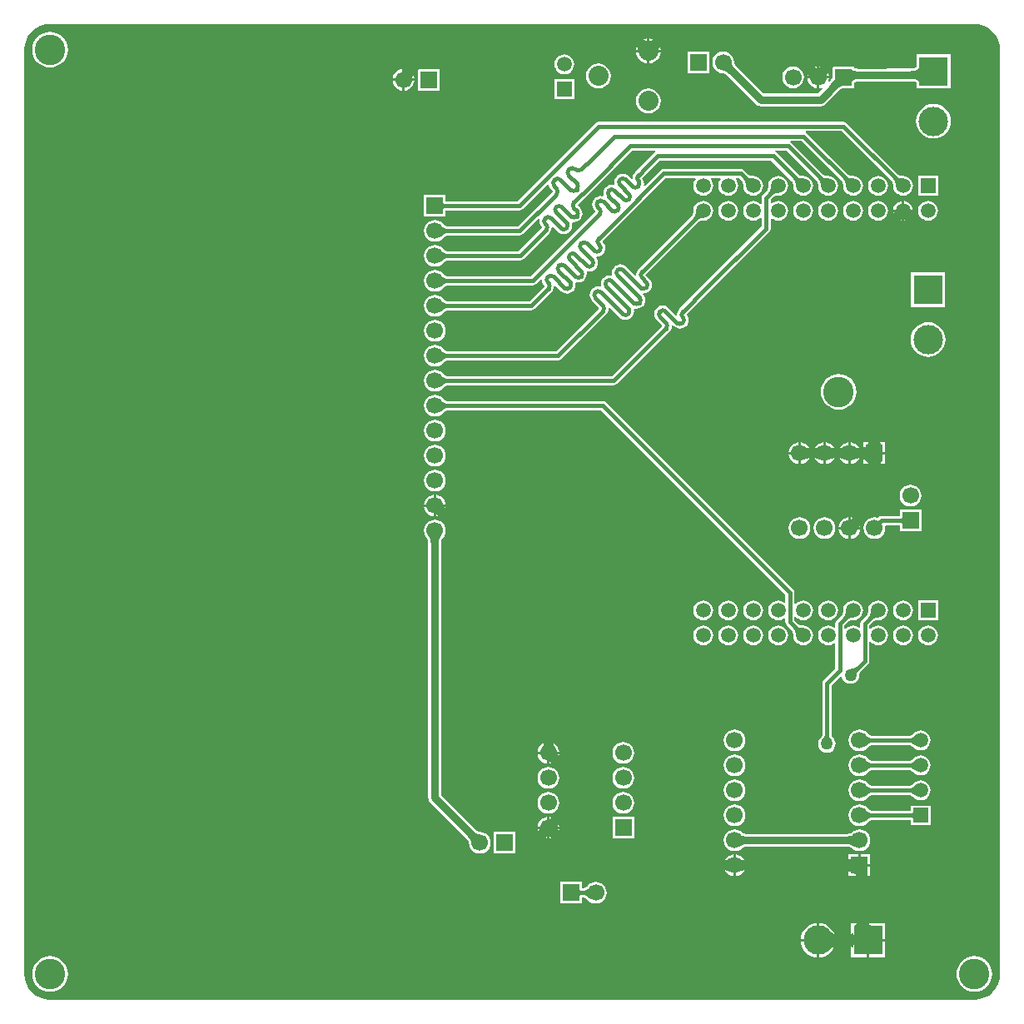
<source format=gbl>
G04*
G04 #@! TF.GenerationSoftware,Altium Limited,Altium Designer,21.0.5 (76)*
G04*
G04 Layer_Physical_Order=2*
G04 Layer_Color=16711680*
%FSLAX24Y24*%
%MOIN*%
G70*
G04*
G04 #@! TF.SameCoordinates,1F1A31E2-E608-47EA-9DE2-FAD69E6EB028*
G04*
G04*
G04 #@! TF.FilePolarity,Positive*
G04*
G01*
G75*
%ADD35C,0.0157*%
%ADD36C,0.0394*%
%ADD37C,0.0315*%
%ADD38C,0.0669*%
%ADD39R,0.0669X0.0669*%
%ADD40C,0.1181*%
%ADD41R,0.1181X0.1181*%
%ADD42R,0.0669X0.0669*%
%ADD43C,0.0800*%
%ADD44R,0.1181X0.1181*%
%ADD45C,0.0591*%
%ADD46R,0.0591X0.0591*%
%ADD47R,0.0591X0.0591*%
%ADD48C,0.1220*%
%ADD49C,0.0500*%
G36*
X-0Y38036D02*
X37008D01*
X37018Y38038D01*
X37209Y38019D01*
X37402Y37960D01*
X37581Y37865D01*
X37737Y37737D01*
X37865Y37581D01*
X37960Y37402D01*
X38019Y37209D01*
X38034Y37057D01*
X38036Y37008D01*
X38036Y37008D01*
X38036Y36959D01*
Y50D01*
X38036Y49D01*
X38036Y0D01*
X38034Y-49D01*
X38019Y-201D01*
X37960Y-395D01*
X37865Y-573D01*
X37737Y-729D01*
X37581Y-857D01*
X37402Y-953D01*
X37209Y-1011D01*
X37057Y-1026D01*
X37008Y-1028D01*
X37008Y-1028D01*
X36959Y-1028D01*
X50D01*
X49Y-1028D01*
X0Y-1028D01*
X-49Y-1026D01*
X-201Y-1011D01*
X-395Y-953D01*
X-573Y-857D01*
X-729Y-729D01*
X-857Y-573D01*
X-953Y-395D01*
X-1011Y-201D01*
X-1030Y-10D01*
X-1028Y0D01*
Y37008D01*
X-1030Y37018D01*
X-1011Y37209D01*
X-953Y37402D01*
X-857Y37581D01*
X-729Y37737D01*
X-573Y37865D01*
X-395Y37960D01*
X-201Y38019D01*
X-10Y38038D01*
X-0Y38036D01*
D02*
G37*
%LPC*%
G36*
X23900Y37448D02*
X23819Y37437D01*
X23774Y37418D01*
X23792Y37405D01*
X23819Y37388D01*
X23846Y37374D01*
X23872Y37363D01*
X23897Y37356D01*
X23900Y37355D01*
Y37448D01*
D02*
G37*
G36*
X24000Y37448D02*
Y37349D01*
X24001Y37349D01*
X24019Y37353D01*
X24039Y37360D01*
X24061Y37370D01*
X24084Y37384D01*
X24109Y37402D01*
X24129Y37417D01*
X24081Y37437D01*
X24000Y37448D01*
D02*
G37*
G36*
X24417Y37128D02*
X24402Y37110D01*
X24384Y37084D01*
X24370Y37061D01*
X24360Y37039D01*
X24353Y37019D01*
X24349Y37001D01*
X24349Y37000D01*
X24448D01*
X24437Y37081D01*
X24417Y37128D01*
D02*
G37*
G36*
X24000Y37333D02*
Y37000D01*
X24333D01*
X24000Y37333D01*
D02*
G37*
G36*
X23900Y37306D02*
X23594Y37000D01*
X23900D01*
Y37306D01*
D02*
G37*
G36*
X23482Y37126D02*
X23463Y37081D01*
X23452Y37000D01*
X23545D01*
X23544Y37003D01*
X23537Y37028D01*
X23526Y37054D01*
X23512Y37081D01*
X23495Y37108D01*
X23482Y37126D01*
D02*
G37*
G36*
X24448Y36900D02*
X24000D01*
Y36452D01*
X24081Y36463D01*
X24202Y36513D01*
X24307Y36593D01*
X24387Y36698D01*
X24437Y36819D01*
X24448Y36900D01*
D02*
G37*
G36*
X23900D02*
X23452D01*
X23463Y36819D01*
X23513Y36698D01*
X23593Y36593D01*
X23698Y36513D01*
X23819Y36463D01*
X23900Y36452D01*
Y36900D01*
D02*
G37*
G36*
X30800Y36332D02*
Y36305D01*
X30824Y36329D01*
X30800Y36332D01*
D02*
G37*
G36*
X-0Y37722D02*
X-139Y37708D01*
X-273Y37667D01*
X-397Y37601D01*
X-505Y37513D01*
X-593Y37404D01*
X-659Y37281D01*
X-700Y37147D01*
X-714Y37008D01*
X-700Y36869D01*
X-659Y36735D01*
X-593Y36611D01*
X-505Y36503D01*
X-397Y36414D01*
X-273Y36349D01*
X-139Y36308D01*
X-0Y36294D01*
X139Y36308D01*
X273Y36349D01*
X396Y36414D01*
X505Y36503D01*
X593Y36611D01*
X659Y36735D01*
X700Y36869D01*
X714Y37008D01*
X700Y37147D01*
X659Y37281D01*
X593Y37404D01*
X505Y37513D01*
X396Y37601D01*
X273Y37667D01*
X139Y37708D01*
X-0Y37722D01*
D02*
G37*
G36*
X30700Y36332D02*
X30637Y36323D01*
X30618Y36316D01*
X30673Y36269D01*
X30691Y36256D01*
X30700Y36251D01*
Y36332D01*
D02*
G37*
G36*
X14200Y36232D02*
Y36216D01*
X14215Y36230D01*
X14200Y36232D01*
D02*
G37*
G36*
X26385Y36935D02*
X25515D01*
Y36065D01*
X26385D01*
Y36935D01*
D02*
G37*
G36*
X20591Y36816D02*
X20487Y36802D01*
X20391Y36763D01*
X20309Y36699D01*
X20245Y36617D01*
X20205Y36521D01*
X20192Y36417D01*
X20205Y36314D01*
X20245Y36218D01*
X20309Y36135D01*
X20391Y36072D01*
X20487Y36032D01*
X20591Y36019D01*
X20694Y36032D01*
X20790Y36072D01*
X20872Y36135D01*
X20936Y36218D01*
X20976Y36314D01*
X20989Y36417D01*
X20976Y36521D01*
X20936Y36617D01*
X20872Y36699D01*
X20790Y36763D01*
X20694Y36802D01*
X20591Y36816D01*
D02*
G37*
G36*
X30800Y36173D02*
Y35950D01*
X31182D01*
X31173Y36013D01*
X31144Y36084D01*
X31105Y36038D01*
X31093Y36021D01*
X31085Y36006D01*
X31079Y35993D01*
X31076Y35981D01*
X31077Y35972D01*
X30800Y36173D01*
D02*
G37*
G36*
X30700Y36188D02*
X30462Y35950D01*
X30700D01*
Y36188D01*
D02*
G37*
G36*
X30335Y36033D02*
X30327Y36013D01*
X30318Y35950D01*
X30399D01*
X30394Y35959D01*
X30381Y35977D01*
X30366Y35997D01*
X30335Y36033D01*
D02*
G37*
G36*
X14200Y36057D02*
Y35850D01*
X14582D01*
X14573Y35913D01*
X14542Y35989D01*
X14519Y35962D01*
X14505Y35941D01*
X14494Y35922D01*
X14486Y35905D01*
X14480Y35889D01*
X14478Y35874D01*
X14479Y35861D01*
X14200Y36057D01*
D02*
G37*
G36*
X14100Y36232D02*
X14037Y36223D01*
X13931Y36180D01*
X13840Y36110D01*
X13770Y36019D01*
X13727Y35913D01*
X13718Y35850D01*
X14100D01*
Y36127D01*
X14095Y36130D01*
X14100Y36132D01*
Y36232D01*
D02*
G37*
G36*
X30700Y35850D02*
X30318D01*
X30327Y35787D01*
X30370Y35681D01*
X30440Y35590D01*
X30531Y35520D01*
X30637Y35477D01*
X30700Y35468D01*
Y35850D01*
D02*
G37*
G36*
X29750Y36338D02*
X29637Y36323D01*
X29531Y36280D01*
X29440Y36210D01*
X29370Y36119D01*
X29327Y36013D01*
X29312Y35900D01*
X29327Y35787D01*
X29370Y35681D01*
X29440Y35590D01*
X29531Y35520D01*
X29637Y35477D01*
X29750Y35462D01*
X29863Y35477D01*
X29969Y35520D01*
X30060Y35590D01*
X30130Y35681D01*
X30173Y35787D01*
X30188Y35900D01*
X30173Y36013D01*
X30130Y36119D01*
X30060Y36210D01*
X29969Y36280D01*
X29863Y36323D01*
X29750Y36338D01*
D02*
G37*
G36*
X26950Y36938D02*
X26837Y36923D01*
X26731Y36880D01*
X26640Y36810D01*
X26570Y36719D01*
X26527Y36613D01*
X26512Y36500D01*
X26527Y36387D01*
X26570Y36281D01*
X26640Y36190D01*
X26731Y36120D01*
X26837Y36077D01*
X26950Y36062D01*
X26960Y36063D01*
X26964Y36063D01*
X26975Y36061D01*
X26988Y36057D01*
X27002Y36052D01*
X27018Y36044D01*
X27035Y36034D01*
X27053Y36022D01*
X27096Y35986D01*
X27109Y35973D01*
X28266Y34816D01*
X28320Y34775D01*
X28383Y34749D01*
X28450Y34740D01*
X30850D01*
X30917Y34749D01*
X30980Y34775D01*
X31034Y34816D01*
X31493Y35275D01*
X31608Y35382D01*
X31658Y35422D01*
X31703Y35454D01*
X31723Y35465D01*
X31858D01*
X31862Y35465D01*
X31866Y35465D01*
X32185D01*
Y35668D01*
X32186Y35676D01*
X32187Y35680D01*
X32189Y35683D01*
X32195Y35688D01*
X32207Y35696D01*
X32229Y35705D01*
X32259Y35713D01*
X32298Y35719D01*
X32344Y35723D01*
X32390Y35725D01*
X33533D01*
X33600Y35733D01*
X33617Y35740D01*
X34474D01*
X34520Y35739D01*
X34567Y35735D01*
X34605Y35729D01*
X34635Y35721D01*
X34657Y35712D01*
X34669Y35704D01*
X34675Y35699D01*
X34677Y35696D01*
X34679Y35692D01*
X34679Y35684D01*
Y35454D01*
X36061D01*
Y36835D01*
X34679D01*
Y36316D01*
X34679Y36308D01*
X34677Y36304D01*
X34675Y36301D01*
X34669Y36296D01*
X34657Y36288D01*
X34635Y36279D01*
X34605Y36271D01*
X34567Y36265D01*
X34520Y36261D01*
X34474Y36260D01*
X33549D01*
X33482Y36251D01*
X33465Y36244D01*
X32392D01*
X32292Y36247D01*
X32251Y36251D01*
X32217Y36257D01*
X32191Y36263D01*
X32185Y36265D01*
Y36335D01*
X32087D01*
X32084Y36335D01*
X32080Y36335D01*
X31315D01*
Y36016D01*
X31315Y36012D01*
X31315Y36008D01*
Y35873D01*
X31304Y35853D01*
X31273Y35809D01*
X31202Y35725D01*
X31159Y35751D01*
X31173Y35787D01*
X31182Y35850D01*
X30800D01*
Y35468D01*
X30863Y35477D01*
X30906Y35494D01*
X30935Y35452D01*
X30742Y35260D01*
X28558D01*
X27477Y36341D01*
X27463Y36355D01*
X27445Y36376D01*
X27429Y36396D01*
X27416Y36415D01*
X27406Y36432D01*
X27398Y36448D01*
X27393Y36462D01*
X27389Y36475D01*
X27387Y36486D01*
X27387Y36490D01*
X27388Y36500D01*
X27373Y36613D01*
X27330Y36719D01*
X27260Y36810D01*
X27169Y36880D01*
X27063Y36923D01*
X26950Y36938D01*
D02*
G37*
G36*
X21950Y36454D02*
X21819Y36437D01*
X21698Y36387D01*
X21593Y36307D01*
X21513Y36202D01*
X21463Y36081D01*
X21446Y35950D01*
X21463Y35819D01*
X21513Y35698D01*
X21593Y35593D01*
X21698Y35513D01*
X21819Y35463D01*
X21950Y35446D01*
X22081Y35463D01*
X22202Y35513D01*
X22307Y35593D01*
X22387Y35698D01*
X22437Y35819D01*
X22454Y35950D01*
X22437Y36081D01*
X22387Y36202D01*
X22307Y36307D01*
X22202Y36387D01*
X22081Y36437D01*
X21950Y36454D01*
D02*
G37*
G36*
X14582Y35750D02*
X14200D01*
Y35368D01*
X14263Y35377D01*
X14369Y35420D01*
X14460Y35490D01*
X14530Y35581D01*
X14573Y35687D01*
X14582Y35750D01*
D02*
G37*
G36*
X14100D02*
X13718D01*
X13727Y35687D01*
X13770Y35581D01*
X13840Y35490D01*
X13931Y35420D01*
X14037Y35377D01*
X14100Y35368D01*
Y35750D01*
D02*
G37*
G36*
X15585Y36235D02*
X14715D01*
Y35365D01*
X15585D01*
Y36235D01*
D02*
G37*
G36*
X20986Y35813D02*
X20195D01*
Y35022D01*
X20986D01*
Y35813D01*
D02*
G37*
G36*
X23950Y35454D02*
X23819Y35437D01*
X23698Y35387D01*
X23593Y35307D01*
X23513Y35202D01*
X23463Y35081D01*
X23446Y34950D01*
X23463Y34819D01*
X23513Y34698D01*
X23593Y34593D01*
X23698Y34513D01*
X23819Y34463D01*
X23950Y34446D01*
X24081Y34463D01*
X24202Y34513D01*
X24307Y34593D01*
X24387Y34698D01*
X24437Y34819D01*
X24454Y34950D01*
X24437Y35081D01*
X24387Y35202D01*
X24307Y35307D01*
X24202Y35387D01*
X24081Y35437D01*
X23950Y35454D01*
D02*
G37*
G36*
X31771Y34119D02*
X31771Y34119D01*
X21969D01*
X21969Y34119D01*
X21899Y34105D01*
X21840Y34066D01*
X18706Y30932D01*
X15857D01*
X15847Y30933D01*
X15835Y30935D01*
Y31185D01*
X14965D01*
Y30315D01*
X15835D01*
Y30565D01*
X15847Y30567D01*
X15857Y30568D01*
X18781D01*
X18781Y30568D01*
X18851Y30582D01*
X18910Y30621D01*
X19917Y31628D01*
X19965Y31612D01*
X19969Y31577D01*
X20005Y31490D01*
X20058Y31421D01*
X20062Y31416D01*
X20062Y31416D01*
X20113Y31365D01*
Y31315D01*
X20085Y31288D01*
X20085Y31288D01*
X18730Y29932D01*
X15908D01*
X15894Y29935D01*
X15876Y29940D01*
X15856Y29947D01*
X15835Y29957D01*
X15813Y29971D01*
X15791Y29986D01*
X15738Y30030D01*
X15718Y30050D01*
X15710Y30060D01*
X15619Y30130D01*
X15513Y30173D01*
X15400Y30188D01*
X15287Y30173D01*
X15181Y30130D01*
X15090Y30060D01*
X15020Y29969D01*
X14977Y29863D01*
X14962Y29750D01*
X14977Y29637D01*
X15020Y29531D01*
X15090Y29440D01*
X15181Y29370D01*
X15287Y29327D01*
X15400Y29312D01*
X15513Y29327D01*
X15619Y29370D01*
X15710Y29440D01*
X15718Y29450D01*
X15739Y29471D01*
X15765Y29493D01*
X15789Y29513D01*
X15813Y29529D01*
X15835Y29543D01*
X15856Y29553D01*
X15876Y29560D01*
X15894Y29565D01*
X15908Y29568D01*
X18805D01*
X18805Y29568D01*
X18875Y29582D01*
X18934Y29621D01*
X19555Y30242D01*
X19602Y30218D01*
X19593Y30152D01*
X19605Y30064D01*
X19639Y29983D01*
X19687Y29919D01*
X19692Y29912D01*
X19687Y29866D01*
X19674Y29853D01*
X19674Y29853D01*
X18753Y28932D01*
X15908D01*
X15894Y28935D01*
X15876Y28940D01*
X15856Y28947D01*
X15835Y28957D01*
X15813Y28971D01*
X15791Y28986D01*
X15738Y29030D01*
X15718Y29050D01*
X15710Y29060D01*
X15619Y29130D01*
X15513Y29173D01*
X15400Y29188D01*
X15287Y29173D01*
X15181Y29130D01*
X15090Y29060D01*
X15020Y28969D01*
X14977Y28863D01*
X14962Y28750D01*
X14977Y28637D01*
X15020Y28531D01*
X15090Y28440D01*
X15181Y28370D01*
X15287Y28327D01*
X15400Y28312D01*
X15513Y28327D01*
X15619Y28370D01*
X15710Y28440D01*
X15718Y28450D01*
X15739Y28471D01*
X15765Y28493D01*
X15789Y28513D01*
X15813Y28529D01*
X15835Y28543D01*
X15856Y28553D01*
X15876Y28560D01*
X15894Y28565D01*
X15908Y28568D01*
X18829D01*
X18829Y28568D01*
X18898Y28582D01*
X18958Y28621D01*
X19932Y29596D01*
X19932Y29596D01*
X19988Y29651D01*
X19988Y29651D01*
X19988Y29651D01*
X19993Y29659D01*
X20041Y29722D01*
X20075Y29804D01*
X20087Y29891D01*
X20086Y29896D01*
X20131Y29919D01*
X20329Y29721D01*
X20329Y29721D01*
X20336Y29716D01*
X20399Y29667D01*
X20481Y29633D01*
X20569Y29622D01*
X20656Y29633D01*
X20738Y29667D01*
X20801Y29716D01*
X20809Y29721D01*
X20814Y29728D01*
X20862Y29791D01*
X20896Y29873D01*
X20908Y29961D01*
X20896Y30049D01*
X20890Y30064D01*
X20925Y30110D01*
X20979Y30103D01*
X21066Y30114D01*
X21148Y30148D01*
X21211Y30197D01*
X21219Y30202D01*
X21224Y30209D01*
X21272Y30272D01*
X21306Y30354D01*
X21318Y30442D01*
X21306Y30530D01*
X21272Y30612D01*
X21224Y30675D01*
X21219Y30682D01*
X21219Y30682D01*
X21219Y30682D01*
X21119Y30782D01*
X21786Y31449D01*
X21786Y31449D01*
X23304Y32967D01*
X24241D01*
X24251Y32917D01*
X24202Y32885D01*
X24202Y32885D01*
X23730Y32413D01*
X23730Y32413D01*
X23420Y32103D01*
X23415Y32095D01*
X23366Y32032D01*
X23332Y31950D01*
X23321Y31862D01*
X23321Y31857D01*
X23277Y31835D01*
X23171Y31941D01*
X23163Y31946D01*
X23100Y31994D01*
X23018Y32028D01*
X22931Y32040D01*
X22843Y32028D01*
X22761Y31994D01*
X22698Y31946D01*
X22690Y31941D01*
X22685Y31933D01*
X22637Y31870D01*
X22603Y31788D01*
X22592Y31701D01*
X22602Y31625D01*
X22588Y31605D01*
X22581Y31598D01*
X22561Y31584D01*
X22485Y31594D01*
X22397Y31583D01*
X22316Y31549D01*
X22253Y31501D01*
X22245Y31495D01*
X22240Y31488D01*
X22192Y31425D01*
X22158Y31343D01*
X22146Y31255D01*
X22156Y31180D01*
X22142Y31159D01*
X22136Y31153D01*
X22115Y31139D01*
X22040Y31149D01*
X21952Y31137D01*
X21870Y31104D01*
X21807Y31055D01*
X21800Y31050D01*
X21795Y31042D01*
X21746Y30979D01*
X21712Y30898D01*
X21701Y30810D01*
X21712Y30722D01*
X21746Y30640D01*
X21795Y30577D01*
X21800Y30570D01*
X21800Y30570D01*
X21818Y30551D01*
Y30501D01*
X21805Y30488D01*
X21805Y30488D01*
X19249Y27932D01*
X15908D01*
X15894Y27935D01*
X15876Y27940D01*
X15856Y27947D01*
X15835Y27957D01*
X15813Y27971D01*
X15791Y27986D01*
X15738Y28030D01*
X15718Y28050D01*
X15710Y28060D01*
X15619Y28130D01*
X15513Y28173D01*
X15400Y28188D01*
X15287Y28173D01*
X15181Y28130D01*
X15090Y28060D01*
X15020Y27969D01*
X14977Y27863D01*
X14962Y27750D01*
X14977Y27637D01*
X15020Y27531D01*
X15090Y27440D01*
X15181Y27370D01*
X15287Y27327D01*
X15400Y27312D01*
X15513Y27327D01*
X15619Y27370D01*
X15710Y27440D01*
X15718Y27450D01*
X15739Y27471D01*
X15765Y27493D01*
X15789Y27513D01*
X15813Y27529D01*
X15835Y27543D01*
X15856Y27553D01*
X15876Y27560D01*
X15894Y27565D01*
X15908Y27568D01*
X19325D01*
X19325Y27568D01*
X19395Y27582D01*
X19454Y27621D01*
X19653Y27821D01*
X19697Y27794D01*
X19708Y27715D01*
X19742Y27633D01*
X19790Y27570D01*
X19795Y27563D01*
X19780Y27518D01*
X19772Y27510D01*
X19772Y27510D01*
X19194Y26932D01*
X15908D01*
X15894Y26935D01*
X15876Y26940D01*
X15856Y26947D01*
X15835Y26957D01*
X15813Y26971D01*
X15791Y26986D01*
X15738Y27030D01*
X15718Y27050D01*
X15710Y27060D01*
X15619Y27130D01*
X15513Y27173D01*
X15400Y27188D01*
X15287Y27173D01*
X15181Y27130D01*
X15090Y27060D01*
X15020Y26969D01*
X14977Y26863D01*
X14962Y26750D01*
X14977Y26637D01*
X15020Y26531D01*
X15090Y26440D01*
X15181Y26370D01*
X15287Y26327D01*
X15400Y26312D01*
X15513Y26327D01*
X15619Y26370D01*
X15710Y26440D01*
X15718Y26450D01*
X15739Y26471D01*
X15765Y26493D01*
X15789Y26513D01*
X15813Y26529D01*
X15835Y26543D01*
X15856Y26553D01*
X15876Y26560D01*
X15894Y26565D01*
X15908Y26568D01*
X19270D01*
X19270Y26568D01*
X19339Y26582D01*
X19399Y26621D01*
X20029Y27252D01*
X20029Y27252D01*
X20069Y27291D01*
X20069Y27291D01*
X20085Y27308D01*
X20085Y27308D01*
X20090Y27315D01*
X20139Y27378D01*
X20172Y27460D01*
X20184Y27548D01*
X20183Y27553D01*
X20228Y27575D01*
X20462Y27341D01*
X20462Y27341D01*
X20470Y27336D01*
X20533Y27287D01*
X20615Y27253D01*
X20703Y27242D01*
X20790Y27253D01*
X20872Y27287D01*
X20935Y27336D01*
X20943Y27341D01*
X20948Y27348D01*
X20996Y27411D01*
X21030Y27493D01*
X21042Y27581D01*
X21032Y27656D01*
X21045Y27677D01*
X21052Y27683D01*
X21073Y27697D01*
X21148Y27687D01*
X21236Y27699D01*
X21318Y27733D01*
X21381Y27781D01*
X21388Y27786D01*
X21393Y27794D01*
X21442Y27857D01*
X21476Y27939D01*
X21487Y28026D01*
X21477Y28102D01*
X21491Y28122D01*
X21498Y28129D01*
X21518Y28143D01*
X21593Y28133D01*
X21681Y28144D01*
X21763Y28178D01*
X21826Y28226D01*
X21834Y28232D01*
X21839Y28239D01*
X21887Y28302D01*
X21921Y28384D01*
X21933Y28472D01*
X21921Y28560D01*
X21887Y28641D01*
X21856Y28682D01*
X21883Y28729D01*
X21889Y28728D01*
X21977Y28740D01*
X22059Y28773D01*
X22122Y28822D01*
X22129Y28827D01*
X22134Y28834D01*
X22183Y28898D01*
X22217Y28979D01*
X22228Y29067D01*
X22217Y29155D01*
X22183Y29237D01*
X22159Y29268D01*
X22129Y29307D01*
X22131Y29354D01*
X22655Y29878D01*
X22655Y29878D01*
X24642Y31865D01*
X25824D01*
X25849Y31815D01*
X25805Y31757D01*
X25765Y31661D01*
X25751Y31558D01*
X25765Y31455D01*
X25805Y31359D01*
X25868Y31276D01*
X25951Y31213D01*
X26047Y31173D01*
X26150Y31159D01*
X26253Y31173D01*
X26349Y31213D01*
X26432Y31276D01*
X26495Y31359D01*
X26535Y31455D01*
X26549Y31558D01*
X26535Y31661D01*
X26495Y31757D01*
X26451Y31815D01*
X26476Y31865D01*
X26824D01*
X26849Y31815D01*
X26805Y31757D01*
X26765Y31661D01*
X26751Y31558D01*
X26765Y31455D01*
X26805Y31359D01*
X26868Y31276D01*
X26951Y31213D01*
X27047Y31173D01*
X27150Y31159D01*
X27253Y31173D01*
X27349Y31213D01*
X27432Y31276D01*
X27495Y31359D01*
X27535Y31455D01*
X27549Y31558D01*
X27535Y31661D01*
X27495Y31757D01*
X27451Y31815D01*
X27476Y31865D01*
X27585D01*
X27708Y31742D01*
X27715Y31733D01*
X27723Y31719D01*
X27730Y31704D01*
X27737Y31686D01*
X27743Y31666D01*
X27747Y31643D01*
X27750Y31619D01*
X27752Y31591D01*
X27753Y31568D01*
X27751Y31558D01*
X27765Y31455D01*
X27805Y31359D01*
X27868Y31276D01*
X27951Y31213D01*
X28047Y31173D01*
X28150Y31159D01*
X28253Y31173D01*
X28349Y31213D01*
X28432Y31276D01*
X28495Y31359D01*
X28535Y31455D01*
X28549Y31558D01*
X28535Y31661D01*
X28495Y31757D01*
X28432Y31840D01*
X28349Y31903D01*
X28253Y31943D01*
X28150Y31957D01*
X28140Y31955D01*
X28117Y31956D01*
X28089Y31958D01*
X28065Y31961D01*
X28042Y31965D01*
X28022Y31971D01*
X28004Y31978D01*
X27989Y31985D01*
X27975Y31993D01*
X27966Y32000D01*
X27789Y32176D01*
X27730Y32216D01*
X27661Y32229D01*
X27661Y32229D01*
X24567D01*
X24567Y32229D01*
X24497Y32216D01*
X24438Y32176D01*
X24438Y32176D01*
X23816Y31554D01*
X23769Y31578D01*
X23777Y31639D01*
X23765Y31727D01*
X23731Y31809D01*
X23692Y31860D01*
X23987Y32155D01*
X23987Y32155D01*
X24406Y32574D01*
X28876D01*
X29708Y31742D01*
X29715Y31733D01*
X29723Y31719D01*
X29730Y31704D01*
X29737Y31686D01*
X29743Y31666D01*
X29747Y31643D01*
X29750Y31619D01*
X29752Y31591D01*
X29753Y31568D01*
X29751Y31558D01*
X29765Y31455D01*
X29805Y31359D01*
X29868Y31276D01*
X29951Y31213D01*
X30047Y31173D01*
X30150Y31159D01*
X30253Y31173D01*
X30349Y31213D01*
X30432Y31276D01*
X30495Y31359D01*
X30535Y31455D01*
X30549Y31558D01*
X30535Y31661D01*
X30495Y31757D01*
X30432Y31840D01*
X30349Y31903D01*
X30253Y31943D01*
X30150Y31957D01*
X30140Y31955D01*
X30117Y31956D01*
X30089Y31958D01*
X30065Y31961D01*
X30042Y31965D01*
X30022Y31971D01*
X30004Y31978D01*
X29989Y31985D01*
X29975Y31993D01*
X29966Y32000D01*
X29081Y32885D01*
X29032Y32917D01*
X29042Y32967D01*
X29483D01*
X30708Y31742D01*
X30715Y31733D01*
X30723Y31719D01*
X30730Y31704D01*
X30737Y31686D01*
X30743Y31666D01*
X30747Y31643D01*
X30750Y31619D01*
X30752Y31591D01*
X30753Y31568D01*
X30751Y31558D01*
X30765Y31455D01*
X30805Y31359D01*
X30868Y31276D01*
X30951Y31213D01*
X31047Y31173D01*
X31150Y31159D01*
X31253Y31173D01*
X31349Y31213D01*
X31432Y31276D01*
X31495Y31359D01*
X31535Y31455D01*
X31549Y31558D01*
X31535Y31661D01*
X31495Y31757D01*
X31432Y31840D01*
X31349Y31903D01*
X31253Y31943D01*
X31150Y31957D01*
X31140Y31955D01*
X31117Y31956D01*
X31089Y31958D01*
X31065Y31961D01*
X31042Y31965D01*
X31022Y31971D01*
X31004Y31978D01*
X30989Y31985D01*
X30975Y31993D01*
X30966Y32000D01*
X29687Y33278D01*
X29638Y33311D01*
X29648Y33361D01*
X30089D01*
X31708Y31742D01*
X31715Y31733D01*
X31723Y31719D01*
X31730Y31704D01*
X31737Y31686D01*
X31743Y31666D01*
X31747Y31643D01*
X31750Y31619D01*
X31752Y31591D01*
X31753Y31568D01*
X31751Y31558D01*
X31765Y31455D01*
X31805Y31359D01*
X31868Y31276D01*
X31951Y31213D01*
X32047Y31173D01*
X32150Y31159D01*
X32253Y31173D01*
X32349Y31213D01*
X32432Y31276D01*
X32495Y31359D01*
X32535Y31455D01*
X32549Y31558D01*
X32535Y31661D01*
X32495Y31757D01*
X32432Y31840D01*
X32349Y31903D01*
X32253Y31943D01*
X32150Y31957D01*
X32140Y31955D01*
X32117Y31956D01*
X32089Y31958D01*
X32065Y31961D01*
X32042Y31965D01*
X32022Y31971D01*
X32004Y31978D01*
X31988Y31985D01*
X31975Y31993D01*
X31966Y32000D01*
X30293Y33672D01*
X30245Y33705D01*
X30254Y33755D01*
X31695D01*
X33708Y31742D01*
X33715Y31733D01*
X33723Y31719D01*
X33730Y31704D01*
X33737Y31686D01*
X33743Y31666D01*
X33747Y31643D01*
X33750Y31619D01*
X33752Y31591D01*
X33753Y31568D01*
X33751Y31558D01*
X33765Y31455D01*
X33805Y31359D01*
X33868Y31276D01*
X33951Y31213D01*
X34047Y31173D01*
X34150Y31159D01*
X34253Y31173D01*
X34349Y31213D01*
X34432Y31276D01*
X34495Y31359D01*
X34535Y31455D01*
X34549Y31558D01*
X34535Y31661D01*
X34495Y31757D01*
X34432Y31840D01*
X34349Y31903D01*
X34253Y31943D01*
X34150Y31957D01*
X34140Y31955D01*
X34117Y31956D01*
X34089Y31958D01*
X34065Y31961D01*
X34042Y31965D01*
X34022Y31971D01*
X34004Y31978D01*
X33988Y31985D01*
X33975Y31993D01*
X33966Y32000D01*
X31900Y34066D01*
X31841Y34105D01*
X31771Y34119D01*
D02*
G37*
G36*
X35370Y34838D02*
X35235Y34825D01*
X35104Y34785D01*
X34984Y34721D01*
X34879Y34635D01*
X34793Y34530D01*
X34729Y34410D01*
X34689Y34280D01*
X34676Y34144D01*
X34689Y34009D01*
X34729Y33879D01*
X34793Y33759D01*
X34879Y33654D01*
X34984Y33567D01*
X35104Y33503D01*
X35235Y33464D01*
X35370Y33450D01*
X35505Y33464D01*
X35635Y33503D01*
X35755Y33567D01*
X35861Y33654D01*
X35947Y33759D01*
X36011Y33879D01*
X36051Y34009D01*
X36064Y34144D01*
X36051Y34280D01*
X36011Y34410D01*
X35947Y34530D01*
X35861Y34635D01*
X35755Y34721D01*
X35635Y34785D01*
X35505Y34825D01*
X35370Y34838D01*
D02*
G37*
G36*
X35545Y31953D02*
X34755D01*
Y31163D01*
X35545D01*
Y31953D01*
D02*
G37*
G36*
X33150Y31957D02*
X33047Y31943D01*
X32951Y31903D01*
X32868Y31840D01*
X32805Y31757D01*
X32765Y31661D01*
X32751Y31558D01*
X32765Y31455D01*
X32805Y31359D01*
X32868Y31276D01*
X32951Y31213D01*
X33047Y31173D01*
X33150Y31159D01*
X33253Y31173D01*
X33349Y31213D01*
X33432Y31276D01*
X33495Y31359D01*
X33535Y31455D01*
X33549Y31558D01*
X33535Y31661D01*
X33495Y31757D01*
X33432Y31840D01*
X33349Y31903D01*
X33253Y31943D01*
X33150Y31957D01*
D02*
G37*
G36*
X29150D02*
X29047Y31943D01*
X28951Y31903D01*
X28868Y31840D01*
X28805Y31757D01*
X28765Y31661D01*
X28751Y31558D01*
X28753Y31548D01*
X28752Y31524D01*
X28750Y31497D01*
X28747Y31472D01*
X28743Y31450D01*
X28737Y31430D01*
X28730Y31412D01*
X28723Y31396D01*
X28715Y31383D01*
X28708Y31374D01*
X28533Y31198D01*
X28493Y31139D01*
X28479Y31069D01*
X28479Y31069D01*
Y30856D01*
X28447Y30845D01*
X28429Y30842D01*
X28349Y30903D01*
X28253Y30943D01*
X28150Y30957D01*
X28047Y30943D01*
X27951Y30903D01*
X27868Y30840D01*
X27805Y30757D01*
X27765Y30661D01*
X27751Y30558D01*
X27765Y30455D01*
X27805Y30359D01*
X27868Y30276D01*
X27951Y30213D01*
X28047Y30173D01*
X28150Y30159D01*
X28253Y30173D01*
X28349Y30213D01*
X28429Y30274D01*
X28447Y30271D01*
X28479Y30260D01*
Y29918D01*
X26143Y27582D01*
X26143Y27582D01*
X25201Y26640D01*
X25196Y26632D01*
X25148Y26569D01*
X25114Y26488D01*
X25102Y26400D01*
X25103Y26395D01*
X25058Y26373D01*
X24770Y26661D01*
X24763Y26666D01*
X24700Y26714D01*
X24618Y26748D01*
X24530Y26760D01*
X24442Y26748D01*
X24360Y26714D01*
X24297Y26666D01*
X24290Y26661D01*
X24285Y26653D01*
X24236Y26590D01*
X24202Y26508D01*
X24191Y26420D01*
X24202Y26333D01*
X24236Y26251D01*
X24285Y26188D01*
X24290Y26180D01*
X24491Y25979D01*
Y25929D01*
X24477Y25916D01*
X24477Y25916D01*
X22493Y23932D01*
X15908D01*
X15894Y23935D01*
X15876Y23940D01*
X15856Y23947D01*
X15835Y23957D01*
X15813Y23971D01*
X15791Y23986D01*
X15738Y24030D01*
X15718Y24050D01*
X15710Y24060D01*
X15619Y24130D01*
X15513Y24173D01*
X15400Y24188D01*
X15287Y24173D01*
X15181Y24130D01*
X15090Y24060D01*
X15020Y23969D01*
X14977Y23863D01*
X14962Y23750D01*
X14977Y23637D01*
X15020Y23531D01*
X15090Y23440D01*
X15181Y23370D01*
X15287Y23327D01*
X15400Y23312D01*
X15513Y23327D01*
X15619Y23370D01*
X15710Y23440D01*
X15718Y23450D01*
X15739Y23471D01*
X15765Y23493D01*
X15789Y23513D01*
X15813Y23529D01*
X15835Y23543D01*
X15856Y23553D01*
X15876Y23560D01*
X15894Y23565D01*
X15908Y23568D01*
X22569D01*
X22569Y23568D01*
X22639Y23582D01*
X22698Y23621D01*
X24735Y25659D01*
X24735Y25659D01*
X24791Y25714D01*
X24791Y25714D01*
Y25714D01*
X24796Y25722D01*
X24844Y25785D01*
X24878Y25867D01*
X24890Y25954D01*
X24889Y25959D01*
X24934Y25982D01*
X24979Y25937D01*
X24986Y25932D01*
X25049Y25883D01*
X25131Y25850D01*
X25219Y25838D01*
X25307Y25850D01*
X25388Y25883D01*
X25451Y25932D01*
X25459Y25937D01*
X25464Y25944D01*
X25512Y26008D01*
X25546Y26089D01*
X25558Y26177D01*
X25546Y26265D01*
X25512Y26347D01*
X25480Y26388D01*
X25476Y26398D01*
X25476Y26398D01*
X25476Y26399D01*
X26401Y27324D01*
X26401Y27324D01*
X28790Y29714D01*
X28790Y29714D01*
X28830Y29773D01*
X28844Y29843D01*
Y30232D01*
X28894Y30256D01*
X28951Y30213D01*
X29047Y30173D01*
X29150Y30159D01*
X29253Y30173D01*
X29349Y30213D01*
X29432Y30276D01*
X29495Y30359D01*
X29535Y30455D01*
X29549Y30558D01*
X29535Y30661D01*
X29495Y30757D01*
X29432Y30840D01*
X29349Y30903D01*
X29253Y30943D01*
X29150Y30957D01*
X29047Y30943D01*
X28951Y30903D01*
X28894Y30859D01*
X28844Y30884D01*
Y30994D01*
X28966Y31116D01*
X28975Y31122D01*
X28988Y31131D01*
X29004Y31138D01*
X29022Y31145D01*
X29042Y31150D01*
X29065Y31155D01*
X29089Y31158D01*
X29117Y31160D01*
X29140Y31161D01*
X29150Y31159D01*
X29253Y31173D01*
X29349Y31213D01*
X29432Y31276D01*
X29495Y31359D01*
X29535Y31455D01*
X29549Y31558D01*
X29535Y31661D01*
X29495Y31757D01*
X29432Y31840D01*
X29349Y31903D01*
X29253Y31943D01*
X29150Y31957D01*
D02*
G37*
G36*
X34200Y30950D02*
Y30608D01*
X34542D01*
X34535Y30661D01*
X34495Y30757D01*
X34432Y30840D01*
X34349Y30903D01*
X34253Y30943D01*
X34200Y30950D01*
D02*
G37*
G36*
X34100Y30950D02*
X34047Y30943D01*
X33951Y30903D01*
X33868Y30840D01*
X33805Y30757D01*
X33765Y30661D01*
X33758Y30608D01*
X34100D01*
Y30950D01*
D02*
G37*
G36*
X33812Y30508D02*
X33758D01*
X33765Y30455D01*
X33812Y30508D01*
D02*
G37*
G36*
X34542D02*
X34482D01*
X34534Y30453D01*
X34535Y30455D01*
X34542Y30508D01*
D02*
G37*
G36*
X34398D02*
X34200D01*
Y30310D01*
X34398Y30508D01*
D02*
G37*
G36*
X34100D02*
X33902D01*
X34100Y30310D01*
Y30508D01*
D02*
G37*
G36*
X34439Y30285D02*
X34423Y30269D01*
X34432Y30276D01*
X34439Y30285D01*
D02*
G37*
G36*
X33861D02*
X33868Y30276D01*
X33877Y30269D01*
X33861Y30285D01*
D02*
G37*
G36*
X34200Y30220D02*
Y30166D01*
X34253Y30173D01*
X34200Y30220D01*
D02*
G37*
G36*
X34100Y30226D02*
X34045Y30174D01*
X34047Y30173D01*
X34100Y30166D01*
Y30226D01*
D02*
G37*
G36*
X35150Y30957D02*
X35047Y30943D01*
X34951Y30903D01*
X34868Y30840D01*
X34805Y30757D01*
X34765Y30661D01*
X34751Y30558D01*
X34765Y30455D01*
X34805Y30359D01*
X34868Y30276D01*
X34951Y30213D01*
X35047Y30173D01*
X35150Y30159D01*
X35253Y30173D01*
X35349Y30213D01*
X35432Y30276D01*
X35495Y30359D01*
X35535Y30455D01*
X35549Y30558D01*
X35535Y30661D01*
X35495Y30757D01*
X35432Y30840D01*
X35349Y30903D01*
X35253Y30943D01*
X35150Y30957D01*
D02*
G37*
G36*
X33150D02*
X33047Y30943D01*
X32951Y30903D01*
X32868Y30840D01*
X32805Y30757D01*
X32765Y30661D01*
X32751Y30558D01*
X32765Y30455D01*
X32805Y30359D01*
X32868Y30276D01*
X32951Y30213D01*
X33047Y30173D01*
X33150Y30159D01*
X33253Y30173D01*
X33349Y30213D01*
X33432Y30276D01*
X33495Y30359D01*
X33535Y30455D01*
X33549Y30558D01*
X33535Y30661D01*
X33495Y30757D01*
X33432Y30840D01*
X33349Y30903D01*
X33253Y30943D01*
X33150Y30957D01*
D02*
G37*
G36*
X32150D02*
X32047Y30943D01*
X31951Y30903D01*
X31868Y30840D01*
X31805Y30757D01*
X31765Y30661D01*
X31751Y30558D01*
X31765Y30455D01*
X31805Y30359D01*
X31868Y30276D01*
X31951Y30213D01*
X32047Y30173D01*
X32150Y30159D01*
X32253Y30173D01*
X32349Y30213D01*
X32432Y30276D01*
X32495Y30359D01*
X32535Y30455D01*
X32549Y30558D01*
X32535Y30661D01*
X32495Y30757D01*
X32432Y30840D01*
X32349Y30903D01*
X32253Y30943D01*
X32150Y30957D01*
D02*
G37*
G36*
X31150D02*
X31047Y30943D01*
X30951Y30903D01*
X30868Y30840D01*
X30805Y30757D01*
X30765Y30661D01*
X30751Y30558D01*
X30765Y30455D01*
X30805Y30359D01*
X30868Y30276D01*
X30951Y30213D01*
X31047Y30173D01*
X31150Y30159D01*
X31253Y30173D01*
X31349Y30213D01*
X31432Y30276D01*
X31495Y30359D01*
X31535Y30455D01*
X31549Y30558D01*
X31535Y30661D01*
X31495Y30757D01*
X31432Y30840D01*
X31349Y30903D01*
X31253Y30943D01*
X31150Y30957D01*
D02*
G37*
G36*
X30150D02*
X30047Y30943D01*
X29951Y30903D01*
X29868Y30840D01*
X29805Y30757D01*
X29765Y30661D01*
X29751Y30558D01*
X29765Y30455D01*
X29805Y30359D01*
X29868Y30276D01*
X29951Y30213D01*
X30047Y30173D01*
X30150Y30159D01*
X30253Y30173D01*
X30349Y30213D01*
X30432Y30276D01*
X30495Y30359D01*
X30535Y30455D01*
X30549Y30558D01*
X30535Y30661D01*
X30495Y30757D01*
X30432Y30840D01*
X30349Y30903D01*
X30253Y30943D01*
X30150Y30957D01*
D02*
G37*
G36*
X27150D02*
X27047Y30943D01*
X26951Y30903D01*
X26868Y30840D01*
X26805Y30757D01*
X26765Y30661D01*
X26751Y30558D01*
X26765Y30455D01*
X26805Y30359D01*
X26868Y30276D01*
X26951Y30213D01*
X27047Y30173D01*
X27150Y30159D01*
X27253Y30173D01*
X27349Y30213D01*
X27432Y30276D01*
X27495Y30359D01*
X27535Y30455D01*
X27549Y30558D01*
X27535Y30661D01*
X27495Y30757D01*
X27432Y30840D01*
X27349Y30903D01*
X27253Y30943D01*
X27150Y30957D01*
D02*
G37*
G36*
X26150D02*
X26047Y30943D01*
X25951Y30903D01*
X25868Y30840D01*
X25805Y30757D01*
X25765Y30661D01*
X25751Y30558D01*
X25753Y30548D01*
X25752Y30524D01*
X25750Y30497D01*
X25747Y30472D01*
X25743Y30450D01*
X25737Y30430D01*
X25730Y30412D01*
X25723Y30396D01*
X25715Y30382D01*
X25708Y30374D01*
X23920Y28586D01*
X23920Y28586D01*
X23566Y28232D01*
X23561Y28224D01*
X23512Y28161D01*
X23479Y28079D01*
X23467Y27991D01*
X23468Y27986D01*
X23423Y27964D01*
X23072Y28315D01*
X23064Y28320D01*
X23001Y28369D01*
X22919Y28403D01*
X22831Y28414D01*
X22744Y28403D01*
X22662Y28369D01*
X22599Y28320D01*
X22591Y28315D01*
X22586Y28308D01*
X22538Y28245D01*
X22504Y28163D01*
X22492Y28075D01*
X22502Y28000D01*
X22489Y27979D01*
X22482Y27973D01*
X22462Y27959D01*
X22386Y27969D01*
X22298Y27957D01*
X22216Y27923D01*
X22153Y27875D01*
X22146Y27870D01*
X22141Y27862D01*
X22092Y27799D01*
X22058Y27718D01*
X22047Y27630D01*
X22057Y27554D01*
X22043Y27534D01*
X22036Y27527D01*
X22016Y27514D01*
X21941Y27523D01*
X21853Y27512D01*
X21771Y27478D01*
X21708Y27430D01*
X21700Y27425D01*
X21695Y27417D01*
X21647Y27354D01*
X21613Y27272D01*
X21602Y27184D01*
X21613Y27097D01*
X21647Y27015D01*
X21695Y26952D01*
X21700Y26944D01*
X21700Y26944D01*
X21964Y26680D01*
Y26630D01*
X21951Y26617D01*
X21951Y26617D01*
X20267Y24932D01*
X15908D01*
X15894Y24935D01*
X15876Y24940D01*
X15856Y24947D01*
X15835Y24957D01*
X15813Y24971D01*
X15791Y24986D01*
X15738Y25030D01*
X15718Y25050D01*
X15710Y25060D01*
X15619Y25130D01*
X15513Y25173D01*
X15400Y25188D01*
X15287Y25173D01*
X15181Y25130D01*
X15090Y25060D01*
X15020Y24969D01*
X14977Y24863D01*
X14962Y24750D01*
X14977Y24637D01*
X15020Y24531D01*
X15090Y24440D01*
X15181Y24370D01*
X15287Y24327D01*
X15400Y24312D01*
X15513Y24327D01*
X15619Y24370D01*
X15710Y24440D01*
X15718Y24450D01*
X15739Y24471D01*
X15765Y24493D01*
X15789Y24513D01*
X15813Y24529D01*
X15835Y24543D01*
X15856Y24553D01*
X15876Y24560D01*
X15894Y24565D01*
X15908Y24568D01*
X20342D01*
X20342Y24568D01*
X20412Y24582D01*
X20471Y24621D01*
X22209Y26359D01*
X22209Y26359D01*
X22265Y26415D01*
X22265Y26415D01*
X22265Y26415D01*
X22265Y26415D01*
X22270Y26422D01*
X22318Y26486D01*
X22352Y26567D01*
X22364Y26655D01*
X22363Y26660D01*
X22408Y26682D01*
X22798Y26292D01*
X22798Y26292D01*
X22806Y26287D01*
X22869Y26238D01*
X22951Y26204D01*
X23039Y26193D01*
X23126Y26204D01*
X23208Y26238D01*
X23271Y26287D01*
X23279Y26292D01*
X23284Y26299D01*
X23332Y26362D01*
X23366Y26444D01*
X23378Y26532D01*
X23368Y26607D01*
X23381Y26628D01*
X23388Y26634D01*
X23408Y26648D01*
X23484Y26638D01*
X23572Y26650D01*
X23654Y26684D01*
X23717Y26732D01*
X23724Y26737D01*
X23729Y26745D01*
X23778Y26808D01*
X23812Y26889D01*
X23823Y26977D01*
X23812Y27065D01*
X23778Y27147D01*
X23734Y27203D01*
X23742Y27228D01*
X23758Y27251D01*
X23763Y27250D01*
X23851Y27261D01*
X23933Y27295D01*
X23996Y27344D01*
X24003Y27349D01*
X24008Y27356D01*
X24057Y27419D01*
X24091Y27501D01*
X24102Y27589D01*
X24091Y27677D01*
X24057Y27759D01*
X24008Y27822D01*
X24003Y27829D01*
X24003Y27829D01*
X24003Y27829D01*
X23841Y27991D01*
X24178Y28328D01*
X24178Y28328D01*
X25966Y30116D01*
X25975Y30122D01*
X25989Y30131D01*
X26004Y30138D01*
X26022Y30145D01*
X26042Y30150D01*
X26065Y30155D01*
X26089Y30158D01*
X26117Y30160D01*
X26140Y30161D01*
X26150Y30159D01*
X26253Y30173D01*
X26349Y30213D01*
X26432Y30276D01*
X26495Y30359D01*
X26535Y30455D01*
X26549Y30558D01*
X26535Y30661D01*
X26495Y30757D01*
X26432Y30840D01*
X26349Y30903D01*
X26253Y30943D01*
X26150Y30957D01*
D02*
G37*
G36*
X35841Y28091D02*
X34459D01*
Y26709D01*
X35841D01*
Y28091D01*
D02*
G37*
G36*
X15400Y26188D02*
X15287Y26173D01*
X15181Y26130D01*
X15090Y26060D01*
X15020Y25969D01*
X14977Y25863D01*
X14962Y25750D01*
X14977Y25637D01*
X15020Y25531D01*
X15090Y25440D01*
X15181Y25370D01*
X15287Y25327D01*
X15400Y25312D01*
X15513Y25327D01*
X15619Y25370D01*
X15710Y25440D01*
X15780Y25531D01*
X15823Y25637D01*
X15838Y25750D01*
X15823Y25863D01*
X15780Y25969D01*
X15710Y26060D01*
X15619Y26130D01*
X15513Y26173D01*
X15400Y26188D01*
D02*
G37*
G36*
X35150Y26094D02*
X35015Y26081D01*
X34884Y26041D01*
X34764Y25977D01*
X34659Y25891D01*
X34573Y25786D01*
X34509Y25666D01*
X34469Y25535D01*
X34456Y25400D01*
X34469Y25265D01*
X34509Y25134D01*
X34573Y25014D01*
X34659Y24909D01*
X34764Y24823D01*
X34884Y24759D01*
X35015Y24719D01*
X35150Y24706D01*
X35285Y24719D01*
X35416Y24759D01*
X35536Y24823D01*
X35641Y24909D01*
X35727Y25014D01*
X35791Y25134D01*
X35831Y25265D01*
X35844Y25400D01*
X35831Y25535D01*
X35791Y25666D01*
X35727Y25786D01*
X35641Y25891D01*
X35536Y25977D01*
X35416Y26041D01*
X35285Y26081D01*
X35150Y26094D01*
D02*
G37*
G36*
X31575Y24021D02*
X31436Y24007D01*
X31302Y23966D01*
X31178Y23900D01*
X31070Y23812D01*
X30981Y23704D01*
X30915Y23580D01*
X30875Y23446D01*
X30861Y23307D01*
X30875Y23168D01*
X30915Y23034D01*
X30981Y22911D01*
X31070Y22802D01*
X31178Y22714D01*
X31302Y22648D01*
X31436Y22607D01*
X31575Y22593D01*
X31714Y22607D01*
X31848Y22648D01*
X31971Y22714D01*
X32079Y22802D01*
X32168Y22911D01*
X32234Y23034D01*
X32275Y23168D01*
X32288Y23307D01*
X32275Y23446D01*
X32234Y23580D01*
X32168Y23704D01*
X32079Y23812D01*
X31971Y23900D01*
X31848Y23966D01*
X31714Y24007D01*
X31575Y24021D01*
D02*
G37*
G36*
X15400Y22188D02*
X15287Y22173D01*
X15181Y22130D01*
X15090Y22060D01*
X15020Y21969D01*
X14977Y21863D01*
X14962Y21750D01*
X14977Y21637D01*
X15020Y21531D01*
X15090Y21440D01*
X15181Y21370D01*
X15287Y21327D01*
X15400Y21312D01*
X15513Y21327D01*
X15619Y21370D01*
X15710Y21440D01*
X15780Y21531D01*
X15823Y21637D01*
X15838Y21750D01*
X15823Y21863D01*
X15780Y21969D01*
X15710Y22060D01*
X15619Y22130D01*
X15513Y22173D01*
X15400Y22188D01*
D02*
G37*
G36*
X32050Y21282D02*
Y20900D01*
X32239D01*
Y21084D01*
X32248Y21077D01*
X32260Y21071D01*
X32275Y21065D01*
X32294Y21060D01*
X32315Y21056D01*
X32340Y21053D01*
X32373Y21050D01*
X32387Y21052D01*
X32380Y21069D01*
X32310Y21160D01*
X32219Y21230D01*
X32113Y21273D01*
X32050Y21282D01*
D02*
G37*
G36*
X30050D02*
Y20900D01*
X30239D01*
Y21084D01*
X30248Y21077D01*
X30260Y21071D01*
X30275Y21065D01*
X30294Y21060D01*
X30315Y21056D01*
X30340Y21053D01*
X30388Y21049D01*
X30380Y21069D01*
X30310Y21160D01*
X30219Y21230D01*
X30113Y21273D01*
X30050Y21282D01*
D02*
G37*
G36*
X31050D02*
Y20900D01*
X31239D01*
Y21084D01*
X31248Y21077D01*
X31260Y21071D01*
X31275Y21065D01*
X31294Y21060D01*
X31315Y21056D01*
X31340Y21053D01*
X31388Y21049D01*
X31380Y21069D01*
X31310Y21160D01*
X31219Y21230D01*
X31113Y21273D01*
X31050Y21282D01*
D02*
G37*
G36*
X33435Y21285D02*
X33230D01*
X33231Y21282D01*
X33246Y21246D01*
X33264Y21219D01*
X33284Y21199D01*
X33307Y21187D01*
X33333Y21183D01*
X33050D01*
Y20900D01*
X33435D01*
Y21285D01*
D02*
G37*
G36*
X31950Y21282D02*
X31887Y21273D01*
X31781Y21230D01*
X31690Y21160D01*
X31620Y21069D01*
X31613Y21051D01*
X31685Y21056D01*
X31706Y21060D01*
X31725Y21065D01*
X31740Y21071D01*
X31752Y21077D01*
X31761Y21084D01*
Y20900D01*
X31950D01*
Y21282D01*
D02*
G37*
G36*
X30950D02*
X30887Y21273D01*
X30781Y21230D01*
X30690Y21160D01*
X30620Y21069D01*
X30613Y21051D01*
X30685Y21056D01*
X30706Y21060D01*
X30725Y21065D01*
X30740Y21071D01*
X30752Y21077D01*
X30761Y21084D01*
Y20900D01*
X30950D01*
Y21282D01*
D02*
G37*
G36*
X32770Y21285D02*
X32565D01*
Y21080D01*
X32568Y21081D01*
X32604Y21096D01*
X32631Y21114D01*
X32651Y21134D01*
X32663Y21157D01*
X32667Y21183D01*
Y20900D01*
X32950D01*
Y21183D01*
X32667D01*
X32693Y21187D01*
X32716Y21199D01*
X32736Y21219D01*
X32754Y21246D01*
X32769Y21282D01*
X32770Y21285D01*
D02*
G37*
G36*
X29950Y21282D02*
X29887Y21273D01*
X29781Y21230D01*
X29690Y21160D01*
X29620Y21069D01*
X29577Y20963D01*
X29568Y20900D01*
X29950D01*
Y21282D01*
D02*
G37*
G36*
X31950Y20800D02*
X31761D01*
Y20616D01*
X31752Y20623D01*
X31740Y20629D01*
X31725Y20635D01*
X31706Y20640D01*
X31685Y20644D01*
X31660Y20647D01*
X31612Y20651D01*
X31620Y20631D01*
X31690Y20540D01*
X31781Y20470D01*
X31887Y20427D01*
X31950Y20418D01*
Y20800D01*
D02*
G37*
G36*
X30950D02*
X30761D01*
Y20616D01*
X30752Y20623D01*
X30740Y20629D01*
X30725Y20635D01*
X30706Y20640D01*
X30685Y20644D01*
X30660Y20647D01*
X30612Y20651D01*
X30620Y20631D01*
X30690Y20540D01*
X30781Y20470D01*
X30887Y20427D01*
X30950Y20418D01*
Y20800D01*
D02*
G37*
G36*
X32950D02*
X32667D01*
Y20517D01*
X32950D01*
Y20800D01*
D02*
G37*
G36*
X31239D02*
X31050D01*
Y20418D01*
X31113Y20427D01*
X31219Y20470D01*
X31310Y20540D01*
X31380Y20631D01*
X31387Y20649D01*
X31315Y20644D01*
X31294Y20640D01*
X31275Y20635D01*
X31260Y20629D01*
X31248Y20623D01*
X31239Y20616D01*
Y20800D01*
D02*
G37*
G36*
X30239D02*
X30050D01*
Y20418D01*
X30113Y20427D01*
X30219Y20470D01*
X30310Y20540D01*
X30380Y20631D01*
X30387Y20649D01*
X30315Y20644D01*
X30294Y20640D01*
X30275Y20635D01*
X30260Y20629D01*
X30248Y20623D01*
X30239Y20616D01*
Y20800D01*
D02*
G37*
G36*
X32239D02*
X32050D01*
Y20418D01*
X32113Y20427D01*
X32219Y20470D01*
X32310Y20540D01*
X32380Y20631D01*
X32387Y20649D01*
X32315Y20644D01*
X32294Y20640D01*
X32275Y20635D01*
X32260Y20629D01*
X32248Y20623D01*
X32239Y20616D01*
Y20800D01*
D02*
G37*
G36*
X29950D02*
X29568D01*
X29577Y20737D01*
X29620Y20631D01*
X29690Y20540D01*
X29781Y20470D01*
X29887Y20427D01*
X29950Y20418D01*
Y20800D01*
D02*
G37*
G36*
X33435D02*
X33050D01*
Y20517D01*
X33333D01*
X33307Y20513D01*
X33284Y20501D01*
X33264Y20481D01*
X33246Y20454D01*
X33231Y20418D01*
X33230Y20415D01*
X33435D01*
Y20800D01*
D02*
G37*
G36*
X32565Y20620D02*
Y20415D01*
X32770D01*
X32769Y20418D01*
X32754Y20454D01*
X32736Y20481D01*
X32716Y20501D01*
X32693Y20513D01*
X32667Y20517D01*
X32663Y20543D01*
X32651Y20566D01*
X32631Y20586D01*
X32604Y20604D01*
X32568Y20619D01*
X32565Y20620D01*
D02*
G37*
G36*
X15400Y21188D02*
X15287Y21173D01*
X15181Y21130D01*
X15090Y21060D01*
X15020Y20969D01*
X14977Y20863D01*
X14962Y20750D01*
X14977Y20637D01*
X15020Y20531D01*
X15090Y20440D01*
X15181Y20370D01*
X15287Y20327D01*
X15400Y20312D01*
X15513Y20327D01*
X15619Y20370D01*
X15710Y20440D01*
X15780Y20531D01*
X15823Y20637D01*
X15838Y20750D01*
X15823Y20863D01*
X15780Y20969D01*
X15710Y21060D01*
X15619Y21130D01*
X15513Y21173D01*
X15400Y21188D01*
D02*
G37*
G36*
Y20188D02*
X15287Y20173D01*
X15181Y20130D01*
X15090Y20060D01*
X15020Y19969D01*
X14977Y19863D01*
X14962Y19750D01*
X14977Y19637D01*
X15020Y19531D01*
X15090Y19440D01*
X15181Y19370D01*
X15287Y19327D01*
X15400Y19312D01*
X15513Y19327D01*
X15619Y19370D01*
X15710Y19440D01*
X15780Y19531D01*
X15823Y19637D01*
X15838Y19750D01*
X15823Y19863D01*
X15780Y19969D01*
X15710Y20060D01*
X15619Y20130D01*
X15513Y20173D01*
X15400Y20188D01*
D02*
G37*
G36*
X15450Y19182D02*
Y18800D01*
X15832D01*
X15823Y18863D01*
X15780Y18969D01*
X15710Y19060D01*
X15619Y19130D01*
X15513Y19173D01*
X15450Y19182D01*
D02*
G37*
G36*
X15350Y19182D02*
X15287Y19173D01*
X15181Y19130D01*
X15090Y19060D01*
X15020Y18969D01*
X14977Y18863D01*
X14968Y18800D01*
X15350D01*
Y19182D01*
D02*
G37*
G36*
X34450Y19588D02*
X34337Y19573D01*
X34231Y19530D01*
X34140Y19460D01*
X34070Y19369D01*
X34027Y19263D01*
X34012Y19150D01*
X34027Y19037D01*
X34070Y18931D01*
X34140Y18840D01*
X34231Y18770D01*
X34337Y18727D01*
X34450Y18712D01*
X34563Y18727D01*
X34669Y18770D01*
X34760Y18840D01*
X34830Y18931D01*
X34873Y19037D01*
X34888Y19150D01*
X34873Y19263D01*
X34830Y19369D01*
X34760Y19460D01*
X34669Y19530D01*
X34563Y19573D01*
X34450Y19588D01*
D02*
G37*
G36*
X15832Y18700D02*
X15765D01*
X15771Y18693D01*
X15804Y18652D01*
X15822Y18633D01*
X15823Y18637D01*
X15832Y18700D01*
D02*
G37*
G36*
X15677D02*
X15450D01*
Y18449D01*
X15677Y18700D01*
D02*
G37*
G36*
X34885Y18585D02*
X34015D01*
Y18335D01*
X34003Y18333D01*
X33993Y18332D01*
X33300D01*
X33300Y18332D01*
X33230Y18318D01*
X33171Y18279D01*
X33150Y18258D01*
X33113Y18273D01*
X33000Y18288D01*
X32887Y18273D01*
X32781Y18230D01*
X32690Y18160D01*
X32620Y18069D01*
X32577Y17963D01*
X32562Y17850D01*
X32577Y17737D01*
X32620Y17631D01*
X32690Y17540D01*
X32781Y17470D01*
X32887Y17427D01*
X33000Y17412D01*
X33113Y17427D01*
X33219Y17470D01*
X33310Y17540D01*
X33380Y17631D01*
X33423Y17737D01*
X33438Y17850D01*
X33429Y17918D01*
X33473Y17968D01*
X33993D01*
X34003Y17967D01*
X34015Y17965D01*
Y17715D01*
X34885D01*
Y18585D01*
D02*
G37*
G36*
X15450Y18410D02*
Y18318D01*
X15513Y18327D01*
X15548Y18341D01*
X15516Y18369D01*
X15496Y18384D01*
X15478Y18396D01*
X15461Y18405D01*
X15450Y18410D01*
D02*
G37*
G36*
X15350Y18700D02*
X14968D01*
X14977Y18637D01*
X15020Y18531D01*
X15090Y18440D01*
X15181Y18370D01*
X15287Y18327D01*
X15350Y18318D01*
Y18700D01*
D02*
G37*
G36*
X32050Y18282D02*
Y18190D01*
X32061Y18195D01*
X32078Y18204D01*
X32096Y18216D01*
X32116Y18231D01*
X32149Y18259D01*
X32113Y18273D01*
X32050Y18282D01*
D02*
G37*
G36*
X32422Y17966D02*
X32371Y17907D01*
X32365Y17900D01*
X32432D01*
X32423Y17963D01*
X32422Y17966D01*
D02*
G37*
G36*
X32050Y18151D02*
Y17900D01*
X32277D01*
X32050Y18151D01*
D02*
G37*
G36*
X31950Y18282D02*
X31887Y18273D01*
X31781Y18230D01*
X31690Y18160D01*
X31620Y18069D01*
X31577Y17963D01*
X31568Y17900D01*
X31950D01*
Y18282D01*
D02*
G37*
G36*
X32432Y17800D02*
X32050D01*
Y17418D01*
X32113Y17427D01*
X32219Y17470D01*
X32310Y17540D01*
X32380Y17631D01*
X32423Y17737D01*
X32432Y17800D01*
D02*
G37*
G36*
X31950D02*
X31568D01*
X31577Y17737D01*
X31620Y17631D01*
X31690Y17540D01*
X31781Y17470D01*
X31887Y17427D01*
X31950Y17418D01*
Y17800D01*
D02*
G37*
G36*
X31000Y18288D02*
X30887Y18273D01*
X30781Y18230D01*
X30690Y18160D01*
X30620Y18069D01*
X30577Y17963D01*
X30562Y17850D01*
X30577Y17737D01*
X30620Y17631D01*
X30690Y17540D01*
X30781Y17470D01*
X30887Y17427D01*
X31000Y17412D01*
X31113Y17427D01*
X31219Y17470D01*
X31310Y17540D01*
X31380Y17631D01*
X31423Y17737D01*
X31438Y17850D01*
X31423Y17963D01*
X31380Y18069D01*
X31310Y18160D01*
X31219Y18230D01*
X31113Y18273D01*
X31000Y18288D01*
D02*
G37*
G36*
X30000D02*
X29887Y18273D01*
X29781Y18230D01*
X29690Y18160D01*
X29620Y18069D01*
X29577Y17963D01*
X29562Y17850D01*
X29577Y17737D01*
X29620Y17631D01*
X29690Y17540D01*
X29781Y17470D01*
X29887Y17427D01*
X30000Y17412D01*
X30113Y17427D01*
X30219Y17470D01*
X30310Y17540D01*
X30380Y17631D01*
X30423Y17737D01*
X30438Y17850D01*
X30423Y17963D01*
X30380Y18069D01*
X30310Y18160D01*
X30219Y18230D01*
X30113Y18273D01*
X30000Y18288D01*
D02*
G37*
G36*
X15400Y23188D02*
X15287Y23173D01*
X15181Y23130D01*
X15090Y23060D01*
X15020Y22969D01*
X14977Y22863D01*
X14962Y22750D01*
X14977Y22637D01*
X15020Y22531D01*
X15090Y22440D01*
X15181Y22370D01*
X15287Y22327D01*
X15400Y22312D01*
X15513Y22327D01*
X15619Y22370D01*
X15710Y22440D01*
X15718Y22450D01*
X15739Y22471D01*
X15765Y22493D01*
X15789Y22513D01*
X15813Y22529D01*
X15835Y22543D01*
X15856Y22553D01*
X15876Y22560D01*
X15894Y22565D01*
X15908Y22568D01*
X22056D01*
X29442Y15182D01*
Y14895D01*
X29392Y14871D01*
X29349Y14903D01*
X29253Y14943D01*
X29150Y14957D01*
X29047Y14943D01*
X28951Y14903D01*
X28868Y14840D01*
X28805Y14757D01*
X28765Y14661D01*
X28751Y14558D01*
X28765Y14455D01*
X28805Y14359D01*
X28868Y14276D01*
X28951Y14213D01*
X29047Y14173D01*
X29150Y14159D01*
X29253Y14173D01*
X29349Y14213D01*
X29392Y14245D01*
X29442Y14221D01*
Y14084D01*
X29442Y14084D01*
X29456Y14014D01*
X29495Y13955D01*
X29708Y13742D01*
X29715Y13733D01*
X29723Y13719D01*
X29730Y13704D01*
X29737Y13686D01*
X29743Y13666D01*
X29747Y13643D01*
X29750Y13619D01*
X29752Y13591D01*
X29753Y13568D01*
X29751Y13558D01*
X29765Y13455D01*
X29805Y13359D01*
X29868Y13276D01*
X29951Y13213D01*
X30047Y13173D01*
X30150Y13159D01*
X30253Y13173D01*
X30349Y13213D01*
X30432Y13276D01*
X30495Y13359D01*
X30535Y13455D01*
X30549Y13558D01*
X30535Y13661D01*
X30495Y13757D01*
X30432Y13840D01*
X30349Y13903D01*
X30253Y13943D01*
X30150Y13957D01*
X30140Y13955D01*
X30117Y13956D01*
X30089Y13958D01*
X30065Y13961D01*
X30042Y13965D01*
X30022Y13971D01*
X30004Y13978D01*
X29989Y13985D01*
X29975Y13993D01*
X29966Y14000D01*
X29806Y14159D01*
Y14279D01*
X29854Y14295D01*
X29868Y14276D01*
X29951Y14213D01*
X30047Y14173D01*
X30150Y14159D01*
X30253Y14173D01*
X30349Y14213D01*
X30432Y14276D01*
X30495Y14359D01*
X30535Y14455D01*
X30549Y14558D01*
X30535Y14661D01*
X30495Y14757D01*
X30432Y14840D01*
X30349Y14903D01*
X30253Y14943D01*
X30150Y14957D01*
X30047Y14943D01*
X29951Y14903D01*
X29868Y14840D01*
X29854Y14821D01*
X29806Y14837D01*
Y15258D01*
X29806Y15258D01*
X29792Y15328D01*
X29753Y15387D01*
X22261Y22879D01*
X22202Y22918D01*
X22132Y22932D01*
X22132Y22932D01*
X15908D01*
X15894Y22935D01*
X15876Y22940D01*
X15856Y22947D01*
X15835Y22957D01*
X15813Y22971D01*
X15791Y22986D01*
X15738Y23030D01*
X15718Y23050D01*
X15710Y23060D01*
X15619Y23130D01*
X15513Y23173D01*
X15400Y23188D01*
D02*
G37*
G36*
X35545Y14953D02*
X34755D01*
Y14163D01*
X35545D01*
Y14953D01*
D02*
G37*
G36*
X34150Y14957D02*
X34047Y14943D01*
X33951Y14903D01*
X33868Y14840D01*
X33805Y14757D01*
X33765Y14661D01*
X33751Y14558D01*
X33765Y14455D01*
X33805Y14359D01*
X33868Y14276D01*
X33951Y14213D01*
X34047Y14173D01*
X34150Y14159D01*
X34253Y14173D01*
X34349Y14213D01*
X34432Y14276D01*
X34495Y14359D01*
X34535Y14455D01*
X34549Y14558D01*
X34535Y14661D01*
X34495Y14757D01*
X34432Y14840D01*
X34349Y14903D01*
X34253Y14943D01*
X34150Y14957D01*
D02*
G37*
G36*
X33150D02*
X33047Y14943D01*
X32951Y14903D01*
X32868Y14840D01*
X32805Y14757D01*
X32765Y14661D01*
X32751Y14558D01*
X32753Y14548D01*
X32752Y14524D01*
X32750Y14497D01*
X32747Y14472D01*
X32743Y14450D01*
X32737Y14430D01*
X32730Y14412D01*
X32723Y14396D01*
X32715Y14382D01*
X32708Y14374D01*
X32495Y14161D01*
X32456Y14102D01*
X32442Y14032D01*
X32442Y14032D01*
Y13895D01*
X32392Y13871D01*
X32349Y13903D01*
X32253Y13943D01*
X32150Y13957D01*
X32047Y13943D01*
X31951Y13903D01*
X31868Y13840D01*
X31854Y13821D01*
X31806Y13837D01*
Y13956D01*
X31966Y14116D01*
X31975Y14122D01*
X31988Y14131D01*
X32004Y14138D01*
X32022Y14145D01*
X32042Y14150D01*
X32065Y14155D01*
X32089Y14158D01*
X32117Y14160D01*
X32140Y14161D01*
X32150Y14159D01*
X32253Y14173D01*
X32349Y14213D01*
X32432Y14276D01*
X32495Y14359D01*
X32535Y14455D01*
X32549Y14558D01*
X32535Y14661D01*
X32495Y14757D01*
X32432Y14840D01*
X32349Y14903D01*
X32253Y14943D01*
X32150Y14957D01*
X32047Y14943D01*
X31951Y14903D01*
X31868Y14840D01*
X31805Y14757D01*
X31765Y14661D01*
X31751Y14558D01*
X31753Y14548D01*
X31752Y14524D01*
X31750Y14497D01*
X31747Y14472D01*
X31743Y14450D01*
X31737Y14430D01*
X31730Y14412D01*
X31723Y14396D01*
X31715Y14382D01*
X31708Y14374D01*
X31495Y14161D01*
X31456Y14102D01*
X31442Y14032D01*
X31442Y14032D01*
Y13895D01*
X31392Y13871D01*
X31349Y13903D01*
X31253Y13943D01*
X31150Y13957D01*
X31047Y13943D01*
X30951Y13903D01*
X30868Y13840D01*
X30805Y13757D01*
X30765Y13661D01*
X30751Y13558D01*
X30765Y13455D01*
X30805Y13359D01*
X30868Y13276D01*
X30951Y13213D01*
X31047Y13173D01*
X31150Y13159D01*
X31253Y13173D01*
X31349Y13213D01*
X31392Y13245D01*
X31442Y13221D01*
Y12227D01*
X30973Y11759D01*
X30934Y11700D01*
X30920Y11630D01*
X30920Y11630D01*
Y9579D01*
X30919Y9572D01*
X30916Y9559D01*
X30912Y9546D01*
X30907Y9533D01*
X30900Y9520D01*
X30892Y9506D01*
X30882Y9493D01*
X30870Y9478D01*
X30859Y9467D01*
X30853Y9462D01*
X30797Y9389D01*
X30761Y9304D01*
X30749Y9213D01*
X30761Y9121D01*
X30797Y9036D01*
X30853Y8963D01*
X30926Y8907D01*
X31011Y8872D01*
X31102Y8860D01*
X31194Y8872D01*
X31279Y8907D01*
X31352Y8963D01*
X31408Y9036D01*
X31443Y9121D01*
X31455Y9213D01*
X31443Y9304D01*
X31408Y9389D01*
X31352Y9462D01*
X31346Y9467D01*
X31335Y9478D01*
X31323Y9493D01*
X31313Y9506D01*
X31305Y9520D01*
X31298Y9533D01*
X31292Y9546D01*
X31288Y9559D01*
X31285Y9572D01*
X31285Y9579D01*
Y11554D01*
X31655Y11925D01*
X31702Y11909D01*
X31706Y11877D01*
X31742Y11792D01*
X31798Y11719D01*
X31871Y11663D01*
X31956Y11628D01*
X32047Y11615D01*
X32139Y11628D01*
X32224Y11663D01*
X32297Y11719D01*
X32353Y11792D01*
X32388Y11877D01*
X32400Y11968D01*
X32399Y11976D01*
X32400Y11992D01*
X32401Y12010D01*
X32404Y12027D01*
X32408Y12043D01*
X32412Y12057D01*
X32418Y12070D01*
X32424Y12082D01*
X32431Y12093D01*
X32435Y12099D01*
X32753Y12416D01*
X32792Y12476D01*
X32806Y12545D01*
X32806Y12545D01*
Y13279D01*
X32854Y13295D01*
X32868Y13276D01*
X32951Y13213D01*
X33047Y13173D01*
X33150Y13159D01*
X33253Y13173D01*
X33349Y13213D01*
X33432Y13276D01*
X33495Y13359D01*
X33535Y13455D01*
X33549Y13558D01*
X33535Y13661D01*
X33495Y13757D01*
X33432Y13840D01*
X33349Y13903D01*
X33253Y13943D01*
X33150Y13957D01*
X33047Y13943D01*
X32951Y13903D01*
X32868Y13840D01*
X32854Y13821D01*
X32806Y13837D01*
Y13956D01*
X32966Y14116D01*
X32975Y14122D01*
X32989Y14131D01*
X33004Y14138D01*
X33022Y14145D01*
X33042Y14150D01*
X33065Y14155D01*
X33089Y14158D01*
X33117Y14160D01*
X33140Y14161D01*
X33150Y14159D01*
X33253Y14173D01*
X33349Y14213D01*
X33432Y14276D01*
X33495Y14359D01*
X33535Y14455D01*
X33549Y14558D01*
X33535Y14661D01*
X33495Y14757D01*
X33432Y14840D01*
X33349Y14903D01*
X33253Y14943D01*
X33150Y14957D01*
D02*
G37*
G36*
X31150D02*
X31047Y14943D01*
X30951Y14903D01*
X30868Y14840D01*
X30805Y14757D01*
X30765Y14661D01*
X30751Y14558D01*
X30765Y14455D01*
X30805Y14359D01*
X30868Y14276D01*
X30951Y14213D01*
X31047Y14173D01*
X31150Y14159D01*
X31253Y14173D01*
X31349Y14213D01*
X31432Y14276D01*
X31495Y14359D01*
X31535Y14455D01*
X31549Y14558D01*
X31535Y14661D01*
X31495Y14757D01*
X31432Y14840D01*
X31349Y14903D01*
X31253Y14943D01*
X31150Y14957D01*
D02*
G37*
G36*
X28150D02*
X28047Y14943D01*
X27951Y14903D01*
X27868Y14840D01*
X27805Y14757D01*
X27765Y14661D01*
X27751Y14558D01*
X27765Y14455D01*
X27805Y14359D01*
X27868Y14276D01*
X27951Y14213D01*
X28047Y14173D01*
X28150Y14159D01*
X28253Y14173D01*
X28349Y14213D01*
X28432Y14276D01*
X28495Y14359D01*
X28535Y14455D01*
X28549Y14558D01*
X28535Y14661D01*
X28495Y14757D01*
X28432Y14840D01*
X28349Y14903D01*
X28253Y14943D01*
X28150Y14957D01*
D02*
G37*
G36*
X27150D02*
X27047Y14943D01*
X26951Y14903D01*
X26868Y14840D01*
X26805Y14757D01*
X26765Y14661D01*
X26751Y14558D01*
X26765Y14455D01*
X26805Y14359D01*
X26868Y14276D01*
X26951Y14213D01*
X27047Y14173D01*
X27150Y14159D01*
X27253Y14173D01*
X27349Y14213D01*
X27432Y14276D01*
X27495Y14359D01*
X27535Y14455D01*
X27549Y14558D01*
X27535Y14661D01*
X27495Y14757D01*
X27432Y14840D01*
X27349Y14903D01*
X27253Y14943D01*
X27150Y14957D01*
D02*
G37*
G36*
X26150D02*
X26047Y14943D01*
X25951Y14903D01*
X25868Y14840D01*
X25805Y14757D01*
X25765Y14661D01*
X25751Y14558D01*
X25765Y14455D01*
X25805Y14359D01*
X25868Y14276D01*
X25951Y14213D01*
X26047Y14173D01*
X26150Y14159D01*
X26253Y14173D01*
X26349Y14213D01*
X26432Y14276D01*
X26495Y14359D01*
X26535Y14455D01*
X26549Y14558D01*
X26535Y14661D01*
X26495Y14757D01*
X26432Y14840D01*
X26349Y14903D01*
X26253Y14943D01*
X26150Y14957D01*
D02*
G37*
G36*
X35150Y13957D02*
X35047Y13943D01*
X34951Y13903D01*
X34868Y13840D01*
X34805Y13757D01*
X34765Y13661D01*
X34751Y13558D01*
X34765Y13455D01*
X34805Y13359D01*
X34868Y13276D01*
X34951Y13213D01*
X35047Y13173D01*
X35150Y13159D01*
X35253Y13173D01*
X35349Y13213D01*
X35432Y13276D01*
X35495Y13359D01*
X35535Y13455D01*
X35549Y13558D01*
X35535Y13661D01*
X35495Y13757D01*
X35432Y13840D01*
X35349Y13903D01*
X35253Y13943D01*
X35150Y13957D01*
D02*
G37*
G36*
X34150D02*
X34047Y13943D01*
X33951Y13903D01*
X33868Y13840D01*
X33805Y13757D01*
X33765Y13661D01*
X33751Y13558D01*
X33765Y13455D01*
X33805Y13359D01*
X33868Y13276D01*
X33951Y13213D01*
X34047Y13173D01*
X34150Y13159D01*
X34253Y13173D01*
X34349Y13213D01*
X34432Y13276D01*
X34495Y13359D01*
X34535Y13455D01*
X34549Y13558D01*
X34535Y13661D01*
X34495Y13757D01*
X34432Y13840D01*
X34349Y13903D01*
X34253Y13943D01*
X34150Y13957D01*
D02*
G37*
G36*
X29150D02*
X29047Y13943D01*
X28951Y13903D01*
X28868Y13840D01*
X28805Y13757D01*
X28765Y13661D01*
X28751Y13558D01*
X28765Y13455D01*
X28805Y13359D01*
X28868Y13276D01*
X28951Y13213D01*
X29047Y13173D01*
X29150Y13159D01*
X29253Y13173D01*
X29349Y13213D01*
X29432Y13276D01*
X29495Y13359D01*
X29535Y13455D01*
X29549Y13558D01*
X29535Y13661D01*
X29495Y13757D01*
X29432Y13840D01*
X29349Y13903D01*
X29253Y13943D01*
X29150Y13957D01*
D02*
G37*
G36*
X28150D02*
X28047Y13943D01*
X27951Y13903D01*
X27868Y13840D01*
X27805Y13757D01*
X27765Y13661D01*
X27751Y13558D01*
X27765Y13455D01*
X27805Y13359D01*
X27868Y13276D01*
X27951Y13213D01*
X28047Y13173D01*
X28150Y13159D01*
X28253Y13173D01*
X28349Y13213D01*
X28432Y13276D01*
X28495Y13359D01*
X28535Y13455D01*
X28549Y13558D01*
X28535Y13661D01*
X28495Y13757D01*
X28432Y13840D01*
X28349Y13903D01*
X28253Y13943D01*
X28150Y13957D01*
D02*
G37*
G36*
X27150D02*
X27047Y13943D01*
X26951Y13903D01*
X26868Y13840D01*
X26805Y13757D01*
X26765Y13661D01*
X26751Y13558D01*
X26765Y13455D01*
X26805Y13359D01*
X26868Y13276D01*
X26951Y13213D01*
X27047Y13173D01*
X27150Y13159D01*
X27253Y13173D01*
X27349Y13213D01*
X27432Y13276D01*
X27495Y13359D01*
X27535Y13455D01*
X27549Y13558D01*
X27535Y13661D01*
X27495Y13757D01*
X27432Y13840D01*
X27349Y13903D01*
X27253Y13943D01*
X27150Y13957D01*
D02*
G37*
G36*
X26150D02*
X26047Y13943D01*
X25951Y13903D01*
X25868Y13840D01*
X25805Y13757D01*
X25765Y13661D01*
X25751Y13558D01*
X25765Y13455D01*
X25805Y13359D01*
X25868Y13276D01*
X25951Y13213D01*
X26047Y13173D01*
X26150Y13159D01*
X26253Y13173D01*
X26349Y13213D01*
X26432Y13276D01*
X26495Y13359D01*
X26535Y13455D01*
X26549Y13558D01*
X26535Y13661D01*
X26495Y13757D01*
X26432Y13840D01*
X26349Y13903D01*
X26253Y13943D01*
X26150Y13957D01*
D02*
G37*
G36*
X32400Y9788D02*
X32287Y9773D01*
X32181Y9730D01*
X32090Y9660D01*
X32020Y9569D01*
X31977Y9463D01*
X31962Y9350D01*
X31977Y9237D01*
X32020Y9131D01*
X32090Y9040D01*
X32181Y8970D01*
X32287Y8927D01*
X32400Y8912D01*
X32513Y8927D01*
X32619Y8970D01*
X32710Y9040D01*
X32718Y9050D01*
X32739Y9071D01*
X32765Y9093D01*
X32789Y9113D01*
X32813Y9129D01*
X32835Y9143D01*
X32856Y9153D01*
X32876Y9160D01*
X32894Y9165D01*
X32908Y9168D01*
X34407D01*
X34418Y9166D01*
X34434Y9162D01*
X34450Y9156D01*
X34467Y9148D01*
X34486Y9138D01*
X34505Y9125D01*
X34525Y9110D01*
X34545Y9092D01*
X34562Y9076D01*
X34568Y9068D01*
X34651Y9005D01*
X34747Y8965D01*
X34850Y8951D01*
X34953Y8965D01*
X35049Y9005D01*
X35132Y9068D01*
X35195Y9151D01*
X35235Y9247D01*
X35249Y9350D01*
X35235Y9453D01*
X35195Y9549D01*
X35132Y9632D01*
X35049Y9695D01*
X34953Y9735D01*
X34850Y9749D01*
X34747Y9735D01*
X34651Y9695D01*
X34568Y9632D01*
X34562Y9624D01*
X34545Y9608D01*
X34525Y9590D01*
X34505Y9575D01*
X34486Y9562D01*
X34467Y9552D01*
X34450Y9544D01*
X34434Y9538D01*
X34418Y9534D01*
X34407Y9532D01*
X32908D01*
X32894Y9535D01*
X32876Y9540D01*
X32856Y9547D01*
X32835Y9557D01*
X32813Y9571D01*
X32791Y9586D01*
X32738Y9630D01*
X32718Y9650D01*
X32710Y9660D01*
X32619Y9730D01*
X32513Y9773D01*
X32400Y9788D01*
D02*
G37*
G36*
X27400D02*
X27287Y9773D01*
X27181Y9730D01*
X27090Y9660D01*
X27020Y9569D01*
X26977Y9463D01*
X26962Y9350D01*
X26977Y9237D01*
X27020Y9131D01*
X27090Y9040D01*
X27181Y8970D01*
X27287Y8927D01*
X27400Y8912D01*
X27513Y8927D01*
X27619Y8970D01*
X27710Y9040D01*
X27780Y9131D01*
X27823Y9237D01*
X27838Y9350D01*
X27823Y9463D01*
X27780Y9569D01*
X27710Y9660D01*
X27619Y9730D01*
X27513Y9773D01*
X27400Y9788D01*
D02*
G37*
G36*
X20151Y9237D02*
X20156Y9165D01*
X20160Y9144D01*
X20165Y9125D01*
X20171Y9110D01*
X20177Y9098D01*
X20184Y9089D01*
X20000D01*
Y8900D01*
X20382D01*
X20373Y8963D01*
X20330Y9069D01*
X20260Y9160D01*
X20169Y9230D01*
X20151Y9237D01*
D02*
G37*
G36*
X19751Y9238D02*
X19731Y9230D01*
X19640Y9160D01*
X19570Y9069D01*
X19527Y8963D01*
X19518Y8900D01*
X19900D01*
Y9089D01*
X19716D01*
X19723Y9098D01*
X19729Y9110D01*
X19735Y9125D01*
X19740Y9144D01*
X19744Y9165D01*
X19747Y9190D01*
X19751Y9238D01*
D02*
G37*
G36*
X20382Y8800D02*
X20301D01*
X20306Y8791D01*
X20319Y8773D01*
X20334Y8753D01*
X20365Y8717D01*
X20373Y8737D01*
X20382Y8800D01*
D02*
G37*
G36*
X20238D02*
X20000D01*
Y8562D01*
X20238Y8800D01*
D02*
G37*
G36*
X20000Y8499D02*
Y8418D01*
X20063Y8427D01*
X20082Y8434D01*
X20027Y8481D01*
X20009Y8494D01*
X20000Y8499D01*
D02*
G37*
G36*
X19900Y8800D02*
X19518D01*
X19527Y8737D01*
X19570Y8631D01*
X19640Y8540D01*
X19731Y8470D01*
X19837Y8427D01*
X19900Y8418D01*
Y8800D01*
D02*
G37*
G36*
X22950Y9288D02*
X22837Y9273D01*
X22731Y9230D01*
X22640Y9160D01*
X22570Y9069D01*
X22527Y8963D01*
X22512Y8850D01*
X22527Y8737D01*
X22570Y8631D01*
X22640Y8540D01*
X22731Y8470D01*
X22837Y8427D01*
X22950Y8412D01*
X23063Y8427D01*
X23169Y8470D01*
X23260Y8540D01*
X23330Y8631D01*
X23373Y8737D01*
X23388Y8850D01*
X23373Y8963D01*
X23330Y9069D01*
X23260Y9160D01*
X23169Y9230D01*
X23063Y9273D01*
X22950Y9288D01*
D02*
G37*
G36*
X32400Y8788D02*
X32287Y8773D01*
X32181Y8730D01*
X32090Y8660D01*
X32020Y8569D01*
X31977Y8463D01*
X31962Y8350D01*
X31977Y8237D01*
X32020Y8131D01*
X32090Y8040D01*
X32181Y7970D01*
X32287Y7927D01*
X32400Y7912D01*
X32513Y7927D01*
X32619Y7970D01*
X32710Y8040D01*
X32718Y8050D01*
X32739Y8071D01*
X32765Y8093D01*
X32789Y8113D01*
X32813Y8129D01*
X32835Y8143D01*
X32856Y8153D01*
X32876Y8160D01*
X32894Y8165D01*
X32908Y8168D01*
X34407D01*
X34418Y8166D01*
X34434Y8162D01*
X34450Y8156D01*
X34467Y8148D01*
X34486Y8138D01*
X34505Y8125D01*
X34525Y8110D01*
X34545Y8092D01*
X34562Y8076D01*
X34568Y8068D01*
X34651Y8005D01*
X34747Y7965D01*
X34850Y7951D01*
X34953Y7965D01*
X35049Y8005D01*
X35132Y8068D01*
X35195Y8151D01*
X35235Y8247D01*
X35249Y8350D01*
X35235Y8453D01*
X35195Y8549D01*
X35132Y8632D01*
X35049Y8695D01*
X34953Y8735D01*
X34850Y8749D01*
X34747Y8735D01*
X34651Y8695D01*
X34568Y8632D01*
X34562Y8624D01*
X34545Y8608D01*
X34525Y8590D01*
X34505Y8575D01*
X34486Y8562D01*
X34467Y8552D01*
X34450Y8544D01*
X34434Y8538D01*
X34418Y8534D01*
X34407Y8532D01*
X32908D01*
X32894Y8535D01*
X32876Y8540D01*
X32856Y8547D01*
X32835Y8557D01*
X32813Y8571D01*
X32791Y8586D01*
X32738Y8630D01*
X32718Y8650D01*
X32710Y8660D01*
X32619Y8730D01*
X32513Y8773D01*
X32400Y8788D01*
D02*
G37*
G36*
X27400D02*
X27287Y8773D01*
X27181Y8730D01*
X27090Y8660D01*
X27020Y8569D01*
X26977Y8463D01*
X26962Y8350D01*
X26977Y8237D01*
X27020Y8131D01*
X27090Y8040D01*
X27181Y7970D01*
X27287Y7927D01*
X27400Y7912D01*
X27513Y7927D01*
X27619Y7970D01*
X27710Y8040D01*
X27780Y8131D01*
X27823Y8237D01*
X27838Y8350D01*
X27823Y8463D01*
X27780Y8569D01*
X27710Y8660D01*
X27619Y8730D01*
X27513Y8773D01*
X27400Y8788D01*
D02*
G37*
G36*
X22950Y8288D02*
X22837Y8273D01*
X22731Y8230D01*
X22640Y8160D01*
X22570Y8069D01*
X22527Y7963D01*
X22512Y7850D01*
X22527Y7737D01*
X22570Y7631D01*
X22640Y7540D01*
X22731Y7470D01*
X22837Y7427D01*
X22950Y7412D01*
X23063Y7427D01*
X23169Y7470D01*
X23260Y7540D01*
X23330Y7631D01*
X23373Y7737D01*
X23388Y7850D01*
X23373Y7963D01*
X23330Y8069D01*
X23260Y8160D01*
X23169Y8230D01*
X23063Y8273D01*
X22950Y8288D01*
D02*
G37*
G36*
X19950D02*
X19837Y8273D01*
X19731Y8230D01*
X19640Y8160D01*
X19570Y8069D01*
X19527Y7963D01*
X19512Y7850D01*
X19527Y7737D01*
X19570Y7631D01*
X19640Y7540D01*
X19731Y7470D01*
X19837Y7427D01*
X19950Y7412D01*
X20063Y7427D01*
X20169Y7470D01*
X20260Y7540D01*
X20330Y7631D01*
X20373Y7737D01*
X20388Y7850D01*
X20373Y7963D01*
X20330Y8069D01*
X20260Y8160D01*
X20169Y8230D01*
X20063Y8273D01*
X19950Y8288D01*
D02*
G37*
G36*
X32400Y7788D02*
X32287Y7773D01*
X32181Y7730D01*
X32090Y7660D01*
X32020Y7569D01*
X31977Y7463D01*
X31962Y7350D01*
X31977Y7237D01*
X32020Y7131D01*
X32090Y7040D01*
X32181Y6970D01*
X32287Y6927D01*
X32400Y6912D01*
X32513Y6927D01*
X32619Y6970D01*
X32710Y7040D01*
X32718Y7050D01*
X32739Y7071D01*
X32765Y7093D01*
X32789Y7113D01*
X32813Y7129D01*
X32835Y7143D01*
X32856Y7153D01*
X32876Y7160D01*
X32894Y7165D01*
X32908Y7168D01*
X34407D01*
X34418Y7166D01*
X34434Y7162D01*
X34450Y7156D01*
X34467Y7148D01*
X34486Y7138D01*
X34505Y7125D01*
X34525Y7110D01*
X34545Y7092D01*
X34562Y7076D01*
X34568Y7068D01*
X34651Y7005D01*
X34747Y6965D01*
X34850Y6951D01*
X34953Y6965D01*
X35049Y7005D01*
X35132Y7068D01*
X35195Y7151D01*
X35235Y7247D01*
X35249Y7350D01*
X35235Y7453D01*
X35195Y7549D01*
X35132Y7632D01*
X35049Y7695D01*
X34953Y7735D01*
X34850Y7749D01*
X34747Y7735D01*
X34651Y7695D01*
X34568Y7632D01*
X34562Y7624D01*
X34545Y7608D01*
X34525Y7590D01*
X34505Y7575D01*
X34486Y7562D01*
X34467Y7552D01*
X34450Y7544D01*
X34434Y7538D01*
X34418Y7534D01*
X34407Y7532D01*
X32908D01*
X32894Y7535D01*
X32876Y7540D01*
X32856Y7547D01*
X32835Y7557D01*
X32813Y7571D01*
X32791Y7586D01*
X32738Y7630D01*
X32718Y7650D01*
X32710Y7660D01*
X32619Y7730D01*
X32513Y7773D01*
X32400Y7788D01*
D02*
G37*
G36*
X27400D02*
X27287Y7773D01*
X27181Y7730D01*
X27090Y7660D01*
X27020Y7569D01*
X26977Y7463D01*
X26962Y7350D01*
X26977Y7237D01*
X27020Y7131D01*
X27090Y7040D01*
X27181Y6970D01*
X27287Y6927D01*
X27400Y6912D01*
X27513Y6927D01*
X27619Y6970D01*
X27710Y7040D01*
X27780Y7131D01*
X27823Y7237D01*
X27838Y7350D01*
X27823Y7463D01*
X27780Y7569D01*
X27710Y7660D01*
X27619Y7730D01*
X27513Y7773D01*
X27400Y7788D01*
D02*
G37*
G36*
X22950Y7288D02*
X22837Y7273D01*
X22731Y7230D01*
X22640Y7160D01*
X22570Y7069D01*
X22527Y6963D01*
X22512Y6850D01*
X22527Y6737D01*
X22570Y6631D01*
X22640Y6540D01*
X22731Y6470D01*
X22837Y6427D01*
X22950Y6412D01*
X23063Y6427D01*
X23169Y6470D01*
X23260Y6540D01*
X23330Y6631D01*
X23373Y6737D01*
X23388Y6850D01*
X23373Y6963D01*
X23330Y7069D01*
X23260Y7160D01*
X23169Y7230D01*
X23063Y7273D01*
X22950Y7288D01*
D02*
G37*
G36*
X19950D02*
X19837Y7273D01*
X19731Y7230D01*
X19640Y7160D01*
X19570Y7069D01*
X19527Y6963D01*
X19512Y6850D01*
X19527Y6737D01*
X19570Y6631D01*
X19640Y6540D01*
X19731Y6470D01*
X19837Y6427D01*
X19950Y6412D01*
X20063Y6427D01*
X20169Y6470D01*
X20260Y6540D01*
X20330Y6631D01*
X20373Y6737D01*
X20388Y6850D01*
X20373Y6963D01*
X20330Y7069D01*
X20260Y7160D01*
X20169Y7230D01*
X20063Y7273D01*
X19950Y7288D01*
D02*
G37*
G36*
X20000Y6282D02*
Y6201D01*
X20009Y6206D01*
X20027Y6219D01*
X20047Y6234D01*
X20083Y6265D01*
X20063Y6273D01*
X20000Y6282D01*
D02*
G37*
G36*
X32400Y6788D02*
X32287Y6773D01*
X32181Y6730D01*
X32090Y6660D01*
X32020Y6569D01*
X31977Y6463D01*
X31962Y6350D01*
X31977Y6237D01*
X32020Y6131D01*
X32090Y6040D01*
X32181Y5970D01*
X32287Y5927D01*
X32400Y5912D01*
X32513Y5927D01*
X32619Y5970D01*
X32710Y6040D01*
X32718Y6050D01*
X32739Y6071D01*
X32765Y6093D01*
X32789Y6113D01*
X32813Y6129D01*
X32835Y6143D01*
X32856Y6153D01*
X32876Y6160D01*
X32894Y6165D01*
X32908Y6168D01*
X34433D01*
X34443Y6167D01*
X34455Y6165D01*
Y5955D01*
X35245D01*
Y6745D01*
X34455D01*
Y6535D01*
X34443Y6533D01*
X34433Y6532D01*
X32908D01*
X32894Y6535D01*
X32876Y6540D01*
X32856Y6547D01*
X32835Y6557D01*
X32813Y6571D01*
X32791Y6586D01*
X32738Y6630D01*
X32718Y6650D01*
X32710Y6660D01*
X32619Y6730D01*
X32513Y6773D01*
X32400Y6788D01*
D02*
G37*
G36*
X27400D02*
X27287Y6773D01*
X27181Y6730D01*
X27090Y6660D01*
X27020Y6569D01*
X26977Y6463D01*
X26962Y6350D01*
X26977Y6237D01*
X27020Y6131D01*
X27090Y6040D01*
X27181Y5970D01*
X27287Y5927D01*
X27400Y5912D01*
X27513Y5927D01*
X27619Y5970D01*
X27710Y6040D01*
X27780Y6131D01*
X27823Y6237D01*
X27838Y6350D01*
X27823Y6463D01*
X27780Y6569D01*
X27710Y6660D01*
X27619Y6730D01*
X27513Y6773D01*
X27400Y6788D01*
D02*
G37*
G36*
X20366Y5982D02*
X20319Y5927D01*
X20306Y5909D01*
X20301Y5900D01*
X20382D01*
X20373Y5963D01*
X20366Y5982D01*
D02*
G37*
G36*
X20000Y6138D02*
Y5900D01*
X20238D01*
X20000Y6138D01*
D02*
G37*
G36*
X19900Y6282D02*
X19837Y6273D01*
X19731Y6230D01*
X19640Y6160D01*
X19570Y6069D01*
X19527Y5963D01*
X19518Y5900D01*
X19900D01*
Y6282D01*
D02*
G37*
G36*
X19599Y5800D02*
X19518D01*
X19527Y5737D01*
X19534Y5718D01*
X19581Y5773D01*
X19594Y5791D01*
X19599Y5800D01*
D02*
G37*
G36*
X20382D02*
X20301D01*
X20306Y5791D01*
X20319Y5773D01*
X20334Y5753D01*
X20365Y5717D01*
X20373Y5737D01*
X20382Y5800D01*
D02*
G37*
G36*
X32400Y5788D02*
X32287Y5773D01*
X32181Y5730D01*
X32090Y5660D01*
X32084Y5652D01*
X32081Y5649D01*
X32072Y5643D01*
X32060Y5636D01*
X32046Y5630D01*
X32030Y5624D01*
X32010Y5619D01*
X31989Y5615D01*
X31933Y5610D01*
X31915Y5610D01*
X27885D01*
X27865Y5610D01*
X27837Y5612D01*
X27812Y5615D01*
X27790Y5619D01*
X27770Y5624D01*
X27754Y5630D01*
X27740Y5636D01*
X27728Y5643D01*
X27719Y5649D01*
X27716Y5652D01*
X27710Y5660D01*
X27619Y5730D01*
X27513Y5773D01*
X27400Y5788D01*
X27287Y5773D01*
X27181Y5730D01*
X27090Y5660D01*
X27020Y5569D01*
X26977Y5463D01*
X26962Y5350D01*
X26977Y5237D01*
X27020Y5131D01*
X27090Y5040D01*
X27181Y4970D01*
X27287Y4927D01*
X27400Y4912D01*
X27513Y4927D01*
X27619Y4970D01*
X27710Y5040D01*
X27716Y5048D01*
X27719Y5051D01*
X27728Y5057D01*
X27740Y5064D01*
X27754Y5070D01*
X27770Y5076D01*
X27790Y5081D01*
X27811Y5085D01*
X27867Y5090D01*
X27885Y5090D01*
X31915D01*
X31935Y5090D01*
X31963Y5088D01*
X31988Y5085D01*
X32010Y5081D01*
X32030Y5076D01*
X32046Y5070D01*
X32060Y5064D01*
X32072Y5057D01*
X32081Y5051D01*
X32084Y5048D01*
X32090Y5040D01*
X32181Y4970D01*
X32287Y4927D01*
X32400Y4912D01*
X32513Y4927D01*
X32619Y4970D01*
X32710Y5040D01*
X32780Y5131D01*
X32823Y5237D01*
X32838Y5350D01*
X32823Y5463D01*
X32780Y5569D01*
X32710Y5660D01*
X32619Y5730D01*
X32513Y5773D01*
X32400Y5788D01*
D02*
G37*
G36*
X20238Y5800D02*
X20000D01*
Y5562D01*
X20238Y5800D01*
D02*
G37*
G36*
X19900D02*
X19662D01*
X19900Y5562D01*
Y5800D01*
D02*
G37*
G36*
X20000Y5499D02*
Y5418D01*
X20063Y5427D01*
X20082Y5434D01*
X20027Y5481D01*
X20009Y5494D01*
X20000Y5499D01*
D02*
G37*
G36*
X19900D02*
X19891Y5494D01*
X19873Y5481D01*
X19853Y5466D01*
X19817Y5435D01*
X19837Y5427D01*
X19900Y5418D01*
Y5499D01*
D02*
G37*
G36*
X23385Y6285D02*
X22515D01*
Y5415D01*
X23385D01*
Y6285D01*
D02*
G37*
G36*
X18635Y5685D02*
X17765D01*
Y4815D01*
X18635D01*
Y5685D01*
D02*
G37*
G36*
X15400Y18188D02*
X15287Y18173D01*
X15181Y18130D01*
X15090Y18060D01*
X15020Y17969D01*
X14977Y17863D01*
X14962Y17750D01*
X14977Y17637D01*
X15020Y17531D01*
X15090Y17440D01*
X15098Y17434D01*
X15101Y17431D01*
X15107Y17422D01*
X15114Y17410D01*
X15120Y17397D01*
X15126Y17380D01*
X15131Y17360D01*
X15135Y17339D01*
X15140Y17283D01*
X15140Y17265D01*
Y7050D01*
X15149Y6983D01*
X15175Y6920D01*
X15216Y6866D01*
X16673Y5409D01*
X16687Y5395D01*
X16705Y5374D01*
X16721Y5354D01*
X16734Y5335D01*
X16744Y5318D01*
X16752Y5302D01*
X16757Y5288D01*
X16761Y5275D01*
X16763Y5264D01*
X16763Y5260D01*
X16762Y5250D01*
X16777Y5137D01*
X16820Y5031D01*
X16890Y4940D01*
X16981Y4870D01*
X17087Y4827D01*
X17200Y4812D01*
X17313Y4827D01*
X17419Y4870D01*
X17510Y4940D01*
X17580Y5031D01*
X17623Y5137D01*
X17638Y5250D01*
X17623Y5363D01*
X17580Y5469D01*
X17510Y5560D01*
X17419Y5630D01*
X17313Y5673D01*
X17200Y5688D01*
X17190Y5687D01*
X17186Y5687D01*
X17175Y5689D01*
X17162Y5693D01*
X17148Y5698D01*
X17132Y5706D01*
X17115Y5716D01*
X17097Y5728D01*
X17054Y5764D01*
X17041Y5777D01*
X15660Y7158D01*
Y17265D01*
X15660Y17285D01*
X15662Y17313D01*
X15665Y17338D01*
X15669Y17360D01*
X15674Y17380D01*
X15680Y17397D01*
X15686Y17410D01*
X15693Y17422D01*
X15699Y17431D01*
X15702Y17434D01*
X15710Y17440D01*
X15780Y17531D01*
X15823Y17637D01*
X15838Y17750D01*
X15823Y17863D01*
X15780Y17969D01*
X15710Y18060D01*
X15619Y18130D01*
X15513Y18173D01*
X15400Y18188D01*
D02*
G37*
G36*
X27450Y4782D02*
Y4400D01*
X27639D01*
Y4584D01*
X27648Y4577D01*
X27660Y4571D01*
X27675Y4565D01*
X27694Y4560D01*
X27715Y4556D01*
X27740Y4553D01*
X27788Y4549D01*
X27780Y4569D01*
X27710Y4660D01*
X27619Y4730D01*
X27513Y4773D01*
X27450Y4782D01*
D02*
G37*
G36*
X32835Y4785D02*
X32450D01*
Y4400D01*
X32835D01*
Y4785D01*
D02*
G37*
G36*
X27350Y4782D02*
X27287Y4773D01*
X27181Y4730D01*
X27090Y4660D01*
X27020Y4569D01*
X27013Y4551D01*
X27085Y4556D01*
X27106Y4560D01*
X27125Y4565D01*
X27140Y4571D01*
X27152Y4577D01*
X27161Y4584D01*
Y4400D01*
X27350D01*
Y4782D01*
D02*
G37*
G36*
X32350Y4785D02*
X31965D01*
Y4580D01*
X31968Y4581D01*
X32004Y4596D01*
X32031Y4614D01*
X32051Y4634D01*
X32063Y4657D01*
X32067Y4683D01*
Y4400D01*
X32350D01*
Y4785D01*
D02*
G37*
G36*
X27350Y4300D02*
X27161D01*
Y4116D01*
X27152Y4123D01*
X27140Y4129D01*
X27125Y4135D01*
X27106Y4140D01*
X27085Y4144D01*
X27060Y4147D01*
X27012Y4151D01*
X27020Y4131D01*
X27090Y4040D01*
X27181Y3970D01*
X27287Y3927D01*
X27350Y3918D01*
Y4300D01*
D02*
G37*
G36*
X32350D02*
X32067D01*
Y4017D01*
X32063Y4043D01*
X32051Y4066D01*
X32031Y4086D01*
X32004Y4104D01*
X31968Y4119D01*
X31965Y4120D01*
Y3915D01*
X32293D01*
X32292Y3918D01*
X32270Y3954D01*
X32244Y3981D01*
X32215Y4001D01*
X32181Y4013D01*
X32144Y4017D01*
X32350D01*
Y4300D01*
D02*
G37*
G36*
X27639D02*
X27450D01*
Y3918D01*
X27513Y3927D01*
X27619Y3970D01*
X27710Y4040D01*
X27780Y4131D01*
X27787Y4149D01*
X27715Y4144D01*
X27694Y4140D01*
X27675Y4135D01*
X27660Y4129D01*
X27648Y4123D01*
X27639Y4116D01*
Y4300D01*
D02*
G37*
G36*
X32835D02*
X32450D01*
Y4017D01*
X32733D01*
X32734Y4013D01*
X32734Y3915D01*
X32835D01*
Y4300D01*
D02*
G37*
G36*
X21850Y3688D02*
X21737Y3673D01*
X21631Y3630D01*
X21540Y3560D01*
X21532Y3550D01*
X21511Y3529D01*
X21485Y3507D01*
X21461Y3487D01*
X21437Y3471D01*
X21415Y3457D01*
X21394Y3447D01*
X21374Y3440D01*
X21356Y3435D01*
X21342Y3432D01*
X21307D01*
X21297Y3433D01*
X21285Y3435D01*
Y3685D01*
X20415D01*
Y2815D01*
X21285D01*
Y3065D01*
X21297Y3067D01*
X21307Y3068D01*
X21342D01*
X21356Y3065D01*
X21374Y3060D01*
X21394Y3053D01*
X21415Y3043D01*
X21437Y3029D01*
X21459Y3014D01*
X21512Y2970D01*
X21532Y2950D01*
X21540Y2940D01*
X21631Y2870D01*
X21737Y2827D01*
X21850Y2812D01*
X21963Y2827D01*
X22069Y2870D01*
X22160Y2940D01*
X22230Y3031D01*
X22273Y3137D01*
X22288Y3250D01*
X22273Y3363D01*
X22230Y3469D01*
X22160Y3560D01*
X22069Y3630D01*
X21963Y3673D01*
X21850Y3688D01*
D02*
G37*
G36*
X33441Y2041D02*
X32800D01*
Y2011D01*
X32806Y2001D01*
X32831Y1974D01*
X32861Y1954D01*
X32894Y1942D01*
X32931Y1938D01*
X32800Y1938D01*
Y1400D01*
X33441D01*
Y2041D01*
D02*
G37*
G36*
X30800Y2039D02*
Y1400D01*
X31172D01*
Y1763D01*
X31215Y1722D01*
X31259Y1685D01*
X31305Y1653D01*
X31352Y1625D01*
X31395Y1604D01*
X31391Y1616D01*
X31327Y1736D01*
X31241Y1841D01*
X31135Y1927D01*
X31016Y1991D01*
X30885Y2031D01*
X30800Y2039D01*
D02*
G37*
G36*
X32297Y2041D02*
X32059D01*
Y1595D01*
X32063Y1596D01*
X32099Y1618D01*
X32126Y1643D01*
X32146Y1673D01*
X32158Y1706D01*
X32162Y1744D01*
Y1400D01*
X32700D01*
Y1939D01*
X32161Y1939D01*
X32195Y1943D01*
X32226Y1955D01*
X32253Y1975D01*
X32276Y2002D01*
X32296Y2038D01*
X32297Y2041D01*
D02*
G37*
G36*
X30700Y2039D02*
X30615Y2031D01*
X30484Y1991D01*
X30364Y1927D01*
X30259Y1841D01*
X30173Y1736D01*
X30109Y1616D01*
X30069Y1485D01*
X30061Y1400D01*
X30700D01*
Y2039D01*
D02*
G37*
G36*
X32700Y1300D02*
X32162D01*
Y956D01*
X32158Y994D01*
X32146Y1027D01*
X32126Y1057D01*
X32099Y1082D01*
X32063Y1104D01*
X32059Y1105D01*
Y659D01*
X32700D01*
Y1300D01*
D02*
G37*
G36*
X31172D02*
X30800D01*
Y661D01*
X30885Y669D01*
X31016Y709D01*
X31135Y773D01*
X31241Y859D01*
X31327Y964D01*
X31391Y1084D01*
X31395Y1096D01*
X31352Y1075D01*
X31305Y1047D01*
X31259Y1015D01*
X31215Y978D01*
X31172Y937D01*
Y1300D01*
D02*
G37*
G36*
X30700D02*
X30061D01*
X30069Y1215D01*
X30109Y1084D01*
X30173Y964D01*
X30259Y859D01*
X30364Y773D01*
X30484Y709D01*
X30615Y669D01*
X30700Y661D01*
Y1300D01*
D02*
G37*
G36*
X33441D02*
X32800D01*
Y659D01*
X33441D01*
Y1300D01*
D02*
G37*
G36*
X37008Y714D02*
X36869Y700D01*
X36735Y659D01*
X36611Y593D01*
X36503Y505D01*
X36414Y397D01*
X36349Y273D01*
X36308Y139D01*
X36294Y0D01*
X36308Y-139D01*
X36349Y-273D01*
X36414Y-397D01*
X36503Y-505D01*
X36611Y-593D01*
X36735Y-659D01*
X36869Y-700D01*
X37008Y-714D01*
X37147Y-700D01*
X37281Y-659D01*
X37404Y-593D01*
X37513Y-505D01*
X37601Y-397D01*
X37667Y-273D01*
X37708Y-139D01*
X37722Y0D01*
X37708Y139D01*
X37667Y273D01*
X37601Y397D01*
X37513Y505D01*
X37404Y593D01*
X37281Y659D01*
X37147Y700D01*
X37008Y714D01*
D02*
G37*
G36*
X-0D02*
X-139Y700D01*
X-273Y659D01*
X-397Y593D01*
X-505Y505D01*
X-593Y397D01*
X-659Y273D01*
X-700Y139D01*
X-714Y0D01*
X-700Y-139D01*
X-659Y-273D01*
X-593Y-397D01*
X-505Y-505D01*
X-397Y-593D01*
X-273Y-659D01*
X-139Y-700D01*
X-0Y-714D01*
X139Y-700D01*
X273Y-659D01*
X396Y-593D01*
X505Y-505D01*
X593Y-397D01*
X659Y-273D01*
X700Y-139D01*
X714Y0D01*
X700Y139D01*
X659Y273D01*
X593Y397D01*
X505Y505D01*
X396Y593D01*
X273Y659D01*
X139Y700D01*
X-0Y714D01*
D02*
G37*
%LPD*%
G36*
X27286Y36475D02*
X27289Y36453D01*
X27296Y36430D01*
X27305Y36407D01*
X27316Y36384D01*
X27330Y36360D01*
X27347Y36336D01*
X27366Y36311D01*
X27388Y36286D01*
X27412Y36261D01*
X27189Y36038D01*
X27164Y36062D01*
X27114Y36103D01*
X27090Y36120D01*
X27066Y36134D01*
X27043Y36145D01*
X27020Y36154D01*
X26997Y36161D01*
X26975Y36164D01*
X26953Y36165D01*
X27285Y36497D01*
X27286Y36475D01*
D02*
G37*
G36*
X34782Y35685D02*
X34779Y35715D01*
X34769Y35742D01*
X34753Y35765D01*
X34731Y35786D01*
X34703Y35803D01*
X34668Y35817D01*
X34627Y35828D01*
X34579Y35836D01*
X34526Y35841D01*
X34466Y35843D01*
Y36157D01*
X34526Y36159D01*
X34579Y36164D01*
X34627Y36172D01*
X34668Y36183D01*
X34703Y36197D01*
X34731Y36214D01*
X34753Y36235D01*
X34769Y36258D01*
X34779Y36285D01*
X34782Y36315D01*
Y35685D01*
D02*
G37*
G36*
X32087Y36216D02*
X32096Y36200D01*
X32112Y36187D01*
X32134Y36175D01*
X32162Y36165D01*
X32197Y36156D01*
X32238Y36150D01*
X32285Y36145D01*
X32398Y36142D01*
Y35827D01*
X32338Y35825D01*
X32285Y35820D01*
X32237Y35813D01*
X32196Y35802D01*
X32161Y35787D01*
X32133Y35770D01*
X32111Y35750D01*
X32095Y35726D01*
X32085Y35699D01*
X32082Y35669D01*
X32083Y36233D01*
X32087Y36216D01*
D02*
G37*
G36*
X31862Y35567D02*
X31837Y35584D01*
X31809Y35593D01*
X31775D01*
X31737Y35584D01*
X31695Y35567D01*
X31648Y35540D01*
X31597Y35504D01*
X31541Y35460D01*
X31417Y35344D01*
X31194Y35567D01*
X31256Y35631D01*
X31354Y35747D01*
X31390Y35798D01*
X31417Y35845D01*
X31434Y35887D01*
X31443Y35925D01*
Y35959D01*
X31434Y35987D01*
X31417Y36012D01*
X31862Y35567D01*
D02*
G37*
G36*
X33898Y31923D02*
X33918Y31908D01*
X33941Y31895D01*
X33965Y31884D01*
X33990Y31874D01*
X34018Y31866D01*
X34048Y31860D01*
X34079Y31856D01*
X34112Y31854D01*
X34147Y31853D01*
X33855Y31561D01*
X33854Y31596D01*
X33852Y31629D01*
X33848Y31660D01*
X33842Y31690D01*
X33834Y31717D01*
X33824Y31743D01*
X33813Y31767D01*
X33800Y31790D01*
X33785Y31810D01*
X33768Y31829D01*
X33879Y31940D01*
X33898Y31923D01*
D02*
G37*
G36*
X31898D02*
X31918Y31908D01*
X31941Y31895D01*
X31965Y31884D01*
X31990Y31874D01*
X32018Y31866D01*
X32048Y31860D01*
X32079Y31856D01*
X32112Y31854D01*
X32147Y31853D01*
X31855Y31561D01*
X31854Y31596D01*
X31852Y31629D01*
X31848Y31660D01*
X31842Y31690D01*
X31834Y31717D01*
X31824Y31743D01*
X31813Y31767D01*
X31800Y31790D01*
X31785Y31810D01*
X31768Y31829D01*
X31879Y31940D01*
X31898Y31923D01*
D02*
G37*
G36*
X30898D02*
X30918Y31908D01*
X30941Y31895D01*
X30965Y31884D01*
X30991Y31874D01*
X31018Y31866D01*
X31048Y31860D01*
X31079Y31856D01*
X31112Y31854D01*
X31147Y31853D01*
X30855Y31561D01*
X30854Y31596D01*
X30852Y31629D01*
X30848Y31660D01*
X30842Y31690D01*
X30834Y31717D01*
X30824Y31743D01*
X30813Y31767D01*
X30800Y31790D01*
X30785Y31810D01*
X30768Y31829D01*
X30879Y31940D01*
X30898Y31923D01*
D02*
G37*
G36*
X29898D02*
X29918Y31908D01*
X29941Y31895D01*
X29965Y31884D01*
X29990Y31874D01*
X30018Y31866D01*
X30048Y31860D01*
X30079Y31856D01*
X30112Y31854D01*
X30147Y31853D01*
X29855Y31561D01*
X29854Y31596D01*
X29852Y31629D01*
X29848Y31660D01*
X29842Y31690D01*
X29834Y31717D01*
X29824Y31743D01*
X29813Y31767D01*
X29800Y31790D01*
X29785Y31810D01*
X29768Y31829D01*
X29879Y31940D01*
X29898Y31923D01*
D02*
G37*
G36*
X27898D02*
X27918Y31908D01*
X27941Y31895D01*
X27965Y31884D01*
X27991Y31874D01*
X28018Y31866D01*
X28048Y31860D01*
X28079Y31856D01*
X28112Y31854D01*
X28147Y31853D01*
X27855Y31561D01*
X27854Y31596D01*
X27852Y31629D01*
X27848Y31660D01*
X27842Y31690D01*
X27834Y31717D01*
X27824Y31743D01*
X27813Y31767D01*
X27800Y31790D01*
X27785Y31810D01*
X27768Y31829D01*
X27879Y31940D01*
X27898Y31923D01*
D02*
G37*
G36*
X15734Y30893D02*
X15739Y30879D01*
X15747Y30867D01*
X15758Y30857D01*
X15772Y30848D01*
X15789Y30841D01*
X15810Y30836D01*
X15834Y30832D01*
X15861Y30830D01*
X15891Y30829D01*
Y30671D01*
X15861Y30670D01*
X15834Y30668D01*
X15810Y30664D01*
X15789Y30659D01*
X15772Y30652D01*
X15758Y30643D01*
X15747Y30633D01*
X15739Y30621D01*
X15734Y30607D01*
X15732Y30593D01*
Y30907D01*
X15734Y30893D01*
D02*
G37*
G36*
X15669Y29955D02*
X15729Y29905D01*
X15758Y29885D01*
X15787Y29868D01*
X15815Y29854D01*
X15844Y29843D01*
X15871Y29835D01*
X15899Y29830D01*
X15926Y29829D01*
Y29671D01*
X15899Y29670D01*
X15871Y29665D01*
X15844Y29657D01*
X15815Y29646D01*
X15787Y29632D01*
X15758Y29615D01*
X15729Y29595D01*
X15699Y29572D01*
X15669Y29545D01*
X15639Y29516D01*
Y29984D01*
X15669Y29955D01*
D02*
G37*
G36*
Y28955D02*
X15729Y28905D01*
X15758Y28885D01*
X15787Y28868D01*
X15815Y28854D01*
X15844Y28843D01*
X15871Y28835D01*
X15899Y28830D01*
X15926Y28829D01*
Y28671D01*
X15899Y28670D01*
X15871Y28665D01*
X15844Y28657D01*
X15815Y28646D01*
X15787Y28632D01*
X15758Y28615D01*
X15729Y28595D01*
X15699Y28572D01*
X15669Y28545D01*
X15639Y28516D01*
Y28984D01*
X15669Y28955D01*
D02*
G37*
G36*
Y27955D02*
X15729Y27905D01*
X15758Y27885D01*
X15787Y27868D01*
X15815Y27854D01*
X15844Y27843D01*
X15871Y27835D01*
X15899Y27830D01*
X15926Y27829D01*
Y27671D01*
X15899Y27670D01*
X15871Y27665D01*
X15844Y27657D01*
X15815Y27646D01*
X15787Y27632D01*
X15758Y27615D01*
X15729Y27595D01*
X15699Y27572D01*
X15669Y27545D01*
X15639Y27516D01*
Y27984D01*
X15669Y27955D01*
D02*
G37*
G36*
Y26955D02*
X15729Y26905D01*
X15758Y26885D01*
X15787Y26868D01*
X15815Y26854D01*
X15844Y26843D01*
X15871Y26835D01*
X15899Y26830D01*
X15926Y26829D01*
Y26671D01*
X15899Y26670D01*
X15871Y26665D01*
X15844Y26657D01*
X15815Y26646D01*
X15787Y26632D01*
X15758Y26615D01*
X15729Y26595D01*
X15699Y26572D01*
X15669Y26545D01*
X15639Y26516D01*
Y26984D01*
X15669Y26955D01*
D02*
G37*
G36*
X29147Y31263D02*
X29112Y31262D01*
X29079Y31260D01*
X29048Y31256D01*
X29018Y31250D01*
X28990Y31242D01*
X28965Y31232D01*
X28941Y31221D01*
X28918Y31208D01*
X28898Y31193D01*
X28879Y31176D01*
X28768Y31287D01*
X28785Y31306D01*
X28800Y31326D01*
X28813Y31348D01*
X28824Y31372D01*
X28834Y31398D01*
X28842Y31426D01*
X28848Y31456D01*
X28852Y31487D01*
X28854Y31520D01*
X28855Y31555D01*
X29147Y31263D01*
D02*
G37*
G36*
X15669Y23955D02*
X15729Y23905D01*
X15758Y23885D01*
X15787Y23868D01*
X15815Y23854D01*
X15844Y23843D01*
X15871Y23835D01*
X15899Y23830D01*
X15926Y23829D01*
Y23671D01*
X15899Y23670D01*
X15871Y23665D01*
X15844Y23657D01*
X15815Y23646D01*
X15787Y23632D01*
X15758Y23615D01*
X15729Y23595D01*
X15699Y23572D01*
X15669Y23545D01*
X15639Y23516D01*
Y23984D01*
X15669Y23955D01*
D02*
G37*
G36*
X26147Y30263D02*
X26112Y30262D01*
X26079Y30260D01*
X26048Y30256D01*
X26018Y30250D01*
X25991Y30242D01*
X25965Y30232D01*
X25941Y30221D01*
X25918Y30208D01*
X25898Y30193D01*
X25879Y30176D01*
X25768Y30287D01*
X25785Y30306D01*
X25800Y30326D01*
X25813Y30348D01*
X25824Y30372D01*
X25834Y30398D01*
X25842Y30426D01*
X25848Y30456D01*
X25852Y30487D01*
X25854Y30520D01*
X25855Y30555D01*
X26147Y30263D01*
D02*
G37*
G36*
X15669Y24955D02*
X15729Y24905D01*
X15758Y24885D01*
X15787Y24868D01*
X15815Y24854D01*
X15844Y24843D01*
X15871Y24835D01*
X15899Y24830D01*
X15926Y24829D01*
Y24671D01*
X15899Y24670D01*
X15871Y24665D01*
X15844Y24657D01*
X15815Y24646D01*
X15787Y24632D01*
X15758Y24615D01*
X15729Y24595D01*
X15699Y24572D01*
X15669Y24545D01*
X15639Y24516D01*
Y24984D01*
X15669Y24955D01*
D02*
G37*
G36*
X33356Y18094D02*
X33343Y18081D01*
X33313Y18046D01*
X33307Y18036D01*
X33302Y18027D01*
X33299Y18019D01*
X33297Y18012D01*
X33297Y18006D01*
X33299Y18001D01*
X33151Y18149D01*
X33156Y18147D01*
X33162Y18147D01*
X33169Y18149D01*
X33177Y18152D01*
X33186Y18157D01*
X33196Y18163D01*
X33207Y18171D01*
X33231Y18193D01*
X33244Y18206D01*
X33356Y18094D01*
D02*
G37*
G36*
X34118Y17993D02*
X34116Y18007D01*
X34111Y18021D01*
X34103Y18033D01*
X34092Y18043D01*
X34078Y18052D01*
X34061Y18059D01*
X34040Y18064D01*
X34016Y18068D01*
X33989Y18070D01*
X33959Y18071D01*
Y18229D01*
X33989Y18230D01*
X34016Y18232D01*
X34040Y18236D01*
X34061Y18241D01*
X34078Y18248D01*
X34092Y18257D01*
X34103Y18267D01*
X34111Y18279D01*
X34116Y18293D01*
X34118Y18307D01*
Y17993D01*
D02*
G37*
G36*
X15669Y22955D02*
X15729Y22905D01*
X15758Y22885D01*
X15787Y22868D01*
X15815Y22854D01*
X15844Y22843D01*
X15871Y22835D01*
X15899Y22830D01*
X15926Y22829D01*
Y22671D01*
X15899Y22670D01*
X15871Y22665D01*
X15844Y22657D01*
X15815Y22646D01*
X15787Y22632D01*
X15758Y22615D01*
X15729Y22595D01*
X15699Y22572D01*
X15669Y22545D01*
X15639Y22516D01*
Y22984D01*
X15669Y22955D01*
D02*
G37*
G36*
X29898Y13923D02*
X29918Y13908D01*
X29941Y13895D01*
X29965Y13884D01*
X29990Y13874D01*
X30018Y13866D01*
X30048Y13860D01*
X30079Y13856D01*
X30112Y13854D01*
X30147Y13853D01*
X29855Y13561D01*
X29854Y13596D01*
X29852Y13629D01*
X29848Y13660D01*
X29842Y13690D01*
X29834Y13717D01*
X29824Y13743D01*
X29813Y13767D01*
X29800Y13790D01*
X29785Y13810D01*
X29768Y13829D01*
X29879Y13940D01*
X29898Y13923D01*
D02*
G37*
G36*
X33147Y14263D02*
X33112Y14262D01*
X33079Y14260D01*
X33048Y14256D01*
X33018Y14250D01*
X32991Y14242D01*
X32965Y14232D01*
X32941Y14221D01*
X32918Y14208D01*
X32898Y14193D01*
X32879Y14176D01*
X32768Y14287D01*
X32785Y14306D01*
X32800Y14326D01*
X32813Y14348D01*
X32824Y14372D01*
X32834Y14398D01*
X32842Y14426D01*
X32848Y14456D01*
X32852Y14487D01*
X32854Y14520D01*
X32855Y14555D01*
X33147Y14263D01*
D02*
G37*
G36*
X32147D02*
X32112Y14262D01*
X32079Y14260D01*
X32048Y14256D01*
X32018Y14250D01*
X31990Y14242D01*
X31965Y14232D01*
X31941Y14221D01*
X31918Y14208D01*
X31898Y14193D01*
X31879Y14176D01*
X31768Y14287D01*
X31785Y14306D01*
X31800Y14326D01*
X31813Y14348D01*
X31824Y14372D01*
X31834Y14398D01*
X31842Y14426D01*
X31848Y14456D01*
X31852Y14487D01*
X31854Y14520D01*
X31855Y14555D01*
X32147Y14263D01*
D02*
G37*
G36*
X32377Y12187D02*
X32361Y12170D01*
X32348Y12152D01*
X32336Y12133D01*
X32325Y12113D01*
X32316Y12092D01*
X32309Y12070D01*
X32304Y12047D01*
X32300Y12023D01*
X32298Y11997D01*
X32297Y11971D01*
X32050Y12218D01*
X32076Y12219D01*
X32102Y12221D01*
X32126Y12225D01*
X32149Y12231D01*
X32171Y12238D01*
X32192Y12246D01*
X32212Y12257D01*
X32231Y12269D01*
X32249Y12283D01*
X32265Y12298D01*
X32377Y12187D01*
D02*
G37*
G36*
X31182Y9577D02*
X31185Y9555D01*
X31190Y9533D01*
X31196Y9512D01*
X31205Y9491D01*
X31216Y9470D01*
X31228Y9450D01*
X31243Y9430D01*
X31259Y9410D01*
X31277Y9391D01*
X30927D01*
X30946Y9410D01*
X30962Y9430D01*
X30976Y9450D01*
X30989Y9470D01*
X31000Y9491D01*
X31008Y9512D01*
X31015Y9533D01*
X31020Y9555D01*
X31023Y9577D01*
X31024Y9600D01*
X31181D01*
X31182Y9577D01*
D02*
G37*
G36*
X34639Y9143D02*
X34614Y9168D01*
X34589Y9189D01*
X34564Y9209D01*
X34539Y9225D01*
X34514Y9239D01*
X34489Y9251D01*
X34464Y9260D01*
X34438Y9266D01*
X34413Y9270D01*
X34388Y9271D01*
Y9429D01*
X34413Y9430D01*
X34438Y9434D01*
X34464Y9440D01*
X34489Y9449D01*
X34514Y9461D01*
X34539Y9475D01*
X34564Y9491D01*
X34589Y9511D01*
X34614Y9532D01*
X34639Y9557D01*
Y9143D01*
D02*
G37*
G36*
X32669Y9555D02*
X32729Y9505D01*
X32758Y9485D01*
X32787Y9468D01*
X32815Y9454D01*
X32844Y9443D01*
X32871Y9435D01*
X32899Y9430D01*
X32926Y9429D01*
Y9271D01*
X32899Y9270D01*
X32871Y9265D01*
X32844Y9257D01*
X32815Y9246D01*
X32787Y9232D01*
X32758Y9215D01*
X32729Y9195D01*
X32699Y9172D01*
X32669Y9145D01*
X32639Y9116D01*
Y9584D01*
X32669Y9555D01*
D02*
G37*
G36*
X34639Y8143D02*
X34614Y8168D01*
X34589Y8189D01*
X34564Y8209D01*
X34539Y8225D01*
X34514Y8239D01*
X34489Y8251D01*
X34464Y8260D01*
X34438Y8266D01*
X34413Y8270D01*
X34388Y8271D01*
Y8429D01*
X34413Y8430D01*
X34438Y8434D01*
X34464Y8440D01*
X34489Y8449D01*
X34514Y8461D01*
X34539Y8475D01*
X34564Y8491D01*
X34589Y8511D01*
X34614Y8532D01*
X34639Y8557D01*
Y8143D01*
D02*
G37*
G36*
X32669Y8555D02*
X32729Y8505D01*
X32758Y8485D01*
X32787Y8468D01*
X32815Y8454D01*
X32844Y8443D01*
X32871Y8435D01*
X32899Y8430D01*
X32926Y8429D01*
Y8271D01*
X32899Y8270D01*
X32871Y8265D01*
X32844Y8257D01*
X32815Y8246D01*
X32787Y8232D01*
X32758Y8215D01*
X32729Y8195D01*
X32699Y8172D01*
X32669Y8145D01*
X32639Y8116D01*
Y8584D01*
X32669Y8555D01*
D02*
G37*
G36*
X34639Y7143D02*
X34614Y7168D01*
X34589Y7189D01*
X34564Y7209D01*
X34539Y7225D01*
X34514Y7239D01*
X34489Y7251D01*
X34464Y7260D01*
X34438Y7266D01*
X34413Y7270D01*
X34388Y7271D01*
Y7429D01*
X34413Y7430D01*
X34438Y7434D01*
X34464Y7440D01*
X34489Y7449D01*
X34514Y7461D01*
X34539Y7475D01*
X34564Y7491D01*
X34589Y7511D01*
X34614Y7532D01*
X34639Y7557D01*
Y7143D01*
D02*
G37*
G36*
X32669Y7555D02*
X32729Y7505D01*
X32758Y7485D01*
X32787Y7468D01*
X32815Y7454D01*
X32844Y7443D01*
X32871Y7435D01*
X32899Y7430D01*
X32926Y7429D01*
Y7271D01*
X32899Y7270D01*
X32871Y7265D01*
X32844Y7257D01*
X32815Y7246D01*
X32787Y7232D01*
X32758Y7215D01*
X32729Y7195D01*
X32699Y7172D01*
X32669Y7145D01*
X32639Y7116D01*
Y7584D01*
X32669Y7555D01*
D02*
G37*
G36*
X34557Y6193D02*
X34556Y6207D01*
X34551Y6221D01*
X34543Y6233D01*
X34532Y6243D01*
X34517Y6252D01*
X34500Y6259D01*
X34479Y6264D01*
X34456Y6268D01*
X34429Y6270D01*
X34398Y6271D01*
Y6429D01*
X34429Y6430D01*
X34456Y6432D01*
X34479Y6436D01*
X34500Y6441D01*
X34517Y6448D01*
X34532Y6457D01*
X34543Y6467D01*
X34551Y6479D01*
X34556Y6493D01*
X34557Y6507D01*
Y6193D01*
D02*
G37*
G36*
X32669Y6555D02*
X32729Y6505D01*
X32758Y6485D01*
X32787Y6468D01*
X32815Y6454D01*
X32844Y6443D01*
X32871Y6435D01*
X32899Y6430D01*
X32926Y6429D01*
Y6271D01*
X32899Y6270D01*
X32871Y6265D01*
X32844Y6257D01*
X32815Y6246D01*
X32787Y6232D01*
X32758Y6215D01*
X32729Y6195D01*
X32699Y6172D01*
X32669Y6145D01*
X32639Y6116D01*
Y6584D01*
X32669Y6555D01*
D02*
G37*
G36*
X32161Y5116D02*
X32145Y5130D01*
X32127Y5143D01*
X32106Y5155D01*
X32084Y5165D01*
X32059Y5173D01*
X32032Y5180D01*
X32003Y5186D01*
X31972Y5189D01*
X31939Y5192D01*
X31904Y5193D01*
Y5507D01*
X31939Y5508D01*
X32003Y5514D01*
X32032Y5520D01*
X32059Y5527D01*
X32084Y5535D01*
X32106Y5545D01*
X32127Y5557D01*
X32145Y5570D01*
X32161Y5584D01*
Y5116D01*
D02*
G37*
G36*
X27655Y5570D02*
X27673Y5557D01*
X27694Y5545D01*
X27716Y5535D01*
X27741Y5527D01*
X27768Y5520D01*
X27797Y5514D01*
X27828Y5511D01*
X27861Y5508D01*
X27896Y5507D01*
Y5193D01*
X27861Y5192D01*
X27797Y5186D01*
X27768Y5180D01*
X27741Y5173D01*
X27716Y5165D01*
X27694Y5155D01*
X27673Y5143D01*
X27655Y5130D01*
X27639Y5116D01*
Y5584D01*
X27655Y5570D01*
D02*
G37*
G36*
X15620Y17495D02*
X15607Y17477D01*
X15595Y17456D01*
X15585Y17434D01*
X15577Y17409D01*
X15570Y17382D01*
X15564Y17353D01*
X15561Y17322D01*
X15558Y17289D01*
X15557Y17254D01*
X15243D01*
X15242Y17289D01*
X15236Y17353D01*
X15230Y17382D01*
X15223Y17409D01*
X15215Y17434D01*
X15205Y17456D01*
X15193Y17477D01*
X15180Y17495D01*
X15166Y17511D01*
X15634D01*
X15620Y17495D01*
D02*
G37*
G36*
X16986Y5688D02*
X17036Y5647D01*
X17060Y5630D01*
X17084Y5616D01*
X17107Y5605D01*
X17130Y5596D01*
X17153Y5589D01*
X17175Y5586D01*
X17197Y5585D01*
X16865Y5253D01*
X16864Y5275D01*
X16861Y5297D01*
X16854Y5320D01*
X16845Y5343D01*
X16834Y5366D01*
X16820Y5390D01*
X16803Y5414D01*
X16784Y5439D01*
X16762Y5464D01*
X16738Y5489D01*
X16961Y5712D01*
X16986Y5688D01*
D02*
G37*
G36*
X21611Y3016D02*
X21581Y3045D01*
X21521Y3095D01*
X21492Y3115D01*
X21463Y3132D01*
X21435Y3146D01*
X21406Y3157D01*
X21379Y3165D01*
X21351Y3170D01*
X21329Y3171D01*
X21311Y3170D01*
X21284Y3168D01*
X21260Y3164D01*
X21239Y3159D01*
X21222Y3152D01*
X21208Y3143D01*
X21197Y3133D01*
X21189Y3121D01*
X21184Y3107D01*
X21182Y3093D01*
Y3407D01*
X21184Y3393D01*
X21189Y3379D01*
X21197Y3367D01*
X21208Y3357D01*
X21222Y3348D01*
X21239Y3341D01*
X21260Y3336D01*
X21284Y3332D01*
X21311Y3330D01*
X21329Y3329D01*
X21351Y3330D01*
X21379Y3335D01*
X21406Y3343D01*
X21435Y3354D01*
X21463Y3368D01*
X21492Y3385D01*
X21521Y3405D01*
X21551Y3428D01*
X21581Y3455D01*
X21611Y3484D01*
Y3016D01*
D02*
G37*
D35*
X23695Y28103D02*
G03*
X23695Y27880I111J-111D01*
G01*
X23874Y27478D02*
G03*
X23874Y27700I-111J111D01*
G01*
X23652Y27478D02*
G03*
X23874Y27478I111J111D01*
G01*
X22943Y28187D02*
G03*
X22720Y28187I-111J-111D01*
G01*
D02*
G03*
X22720Y27964I111J-111D01*
G01*
X23595Y26866D02*
G03*
X23595Y27089I-111J111D01*
G01*
X23373Y26866D02*
G03*
X23595Y26866I111J111D01*
G01*
X22497Y27741D02*
G03*
X22275Y27741I-111J-111D01*
G01*
D02*
G03*
X22275Y27518I111J-111D01*
G01*
X23150Y26420D02*
G03*
X23150Y26643I-111J111D01*
G01*
X22927Y26420D02*
G03*
X23150Y26420I111J111D01*
G01*
X22052Y27296D02*
G03*
X21829Y27296I-111J-111D01*
G01*
X21829Y27296D02*
G03*
X21829Y27073I111J-111D01*
G01*
X22136Y26544D02*
G03*
X22136Y26766I-111J111D01*
G01*
X23549Y31974D02*
G03*
X23549Y31751I111J-111D01*
G01*
X23549Y31528D02*
G03*
X23549Y31750I-111J111D01*
G01*
X23326Y31528D02*
G03*
X23549Y31528I111J111D01*
G01*
X23042Y31812D02*
G03*
X22819Y31812I-111J-111D01*
G01*
D02*
G03*
X22819Y31589I111J-111D01*
G01*
X23171Y31015D02*
G03*
X23171Y31238I-111J111D01*
G01*
X22948Y31015D02*
G03*
X23171Y31015I111J111D01*
G01*
X22597Y31367D02*
G03*
X22374Y31367I-111J-111D01*
G01*
D02*
G03*
X22374Y31144I111J-111D01*
G01*
X22725Y30570D02*
G03*
X22725Y30792I-111J111D01*
G01*
X22503Y30570D02*
G03*
X22725Y30570I111J111D01*
G01*
X22151Y30921D02*
G03*
X21929Y30921I-111J-111D01*
G01*
X21929Y30921D02*
G03*
X21929Y30698I111J-111D01*
G01*
X21990Y30415D02*
G03*
X21990Y30637I-111J111D01*
G01*
X21961Y29441D02*
G03*
X21961Y29218I111J-111D01*
G01*
X22000Y28956D02*
G03*
X22000Y29178I-111J111D01*
G01*
X21778Y28956D02*
G03*
X22000Y28956I111J111D01*
G01*
X21483Y29250D02*
G03*
X21260Y29250I-111J-111D01*
G01*
X21260Y29250D02*
G03*
X21260Y29028I111J-111D01*
G01*
X21705Y28360D02*
G03*
X21705Y28583I-111J111D01*
G01*
X21482Y28360D02*
G03*
X21705Y28360I111J111D01*
G01*
X21038Y28805D02*
G03*
X20815Y28805I-111J-111D01*
G01*
D02*
G03*
X20815Y28582I111J-111D01*
G01*
X21259Y27915D02*
G03*
X21259Y28138I-111J111D01*
G01*
X21037Y27915D02*
G03*
X21259Y27915I111J111D01*
G01*
X20592Y28360D02*
G03*
X20369Y28360I-111J-111D01*
G01*
D02*
G03*
X20369Y28137I111J-111D01*
G01*
X20814Y27470D02*
G03*
X20814Y27692I-111J111D01*
G01*
X20591Y27470D02*
G03*
X20814Y27470I111J111D01*
G01*
X20147Y27914D02*
G03*
X19924Y27914I-111J-111D01*
G01*
X19924Y27914D02*
G03*
X19924Y27691I111J-111D01*
G01*
X19956Y27437D02*
G03*
X19956Y27659I-111J111D01*
G01*
X20972Y30894D02*
G03*
X20972Y30671I111J-111D01*
G01*
X21090Y30331D02*
G03*
X21090Y30553I-111J111D01*
G01*
X20867Y30331D02*
G03*
X21090Y30331I111J111D01*
G01*
X20489Y30709D02*
G03*
X20266Y30709I-111J-111D01*
G01*
D02*
G03*
X20266Y30486I111J-111D01*
G01*
X20680Y29850D02*
G03*
X20680Y30072I-111J111D01*
G01*
X20457Y29850D02*
G03*
X20680Y29850I111J111D01*
G01*
X20044Y30263D02*
G03*
X19821Y30263I-111J-111D01*
G01*
X19821Y30263D02*
G03*
X19821Y30041I111J-111D01*
G01*
X19859Y29780D02*
G03*
X19859Y30003I-111J111D01*
G01*
X21022Y32217D02*
G03*
X21272Y32217I125J125D01*
G01*
X21022Y32217D02*
G03*
X20771Y32217I-125J-125D01*
G01*
X20771Y32217D02*
G03*
X20771Y31967I125J-125D01*
G01*
X21082Y31405D02*
G03*
X21082Y31656I-125J125D01*
G01*
X20831Y31405D02*
G03*
X21082Y31405I125J125D01*
G01*
X20441Y31795D02*
G03*
X20191Y31795I-125J-125D01*
G01*
X20191Y31795D02*
G03*
X20191Y31545I125J-125D01*
G01*
X20270Y31215D02*
G03*
X20270Y31465I-125J125D01*
G01*
X25330Y26511D02*
G03*
X25330Y26288I111J-111D01*
G01*
X25330Y26066D02*
G03*
X25330Y26288I-111J111D01*
G01*
X25107Y26066D02*
G03*
X25330Y26066I111J111D01*
G01*
X24641Y26532D02*
G03*
X24419Y26532I-111J-111D01*
G01*
X24419Y26532D02*
G03*
X24419Y26309I111J-111D01*
G01*
X24662Y25843D02*
G03*
X24662Y26066I-111J111D01*
G01*
X31102Y11630D02*
X31624Y12152D01*
Y14032D02*
X32150Y14558D01*
X31624Y12152D02*
Y14032D01*
X31102Y9213D02*
Y11630D01*
X32047Y11968D02*
X32624Y12545D01*
Y14032D01*
X33150Y14558D01*
X29624Y14084D02*
Y15258D01*
X22132Y22750D02*
X29624Y15258D01*
X15400Y22750D02*
X22132D01*
X29624Y14084D02*
X30150Y13558D01*
X24049Y28457D02*
X26150Y30558D01*
X23695Y28103D02*
X24049Y28457D01*
X23695Y27880D02*
X23874Y27700D01*
X22943Y28187D02*
X23652Y27478D01*
X22943Y28187D02*
X22943Y28187D01*
X22720Y27964D02*
X22720Y27964D01*
X23595Y27089D01*
X23595Y27089D02*
X23595Y27089D01*
X23595Y26866D02*
X23595Y26866D01*
X23373Y26866D02*
X23373Y26866D01*
X22497Y27741D02*
X23373Y26866D01*
X22497Y27741D02*
X22497Y27741D01*
X22275Y27518D02*
X22275Y27518D01*
X23150Y26643D01*
X23150Y26643D02*
X23150Y26643D01*
X22927Y26420D02*
X22927Y26420D01*
X22052Y27296D02*
X22927Y26420D01*
X22052Y27296D02*
X22052Y27296D01*
X21829Y27296D02*
X21829Y27296D01*
X21829Y27073D02*
X21829Y27073D01*
X22136Y26766D01*
X22080Y26488D02*
X22136Y26544D01*
X20342Y24750D02*
X22080Y26488D01*
X23549Y31974D02*
X23858Y32284D01*
X23549Y31751D02*
X23549Y31751D01*
X23549Y31750D01*
X23042Y31812D02*
X23326Y31528D01*
X23042Y31812D02*
X23042Y31812D01*
X22819Y31589D02*
X22819Y31589D01*
X23171Y31238D01*
X23171Y31238D02*
X23171Y31238D01*
X23171Y31015D02*
X23171Y31015D01*
X22948Y31015D02*
X22948Y31015D01*
X22597Y31367D02*
X22948Y31015D01*
X22597Y31367D02*
X22597Y31367D01*
X22374Y31144D02*
X22374Y31144D01*
X22725Y30792D01*
X22725Y30792D02*
X22725Y30792D01*
X22503Y30570D02*
X22503Y30570D01*
X22151Y30921D02*
X22503Y30570D01*
X22151Y30921D02*
X22151Y30921D01*
X21929Y30921D02*
X21929Y30921D01*
X21928Y30698D02*
X21929Y30698D01*
X21990Y30637D01*
X21934Y30359D02*
X21990Y30415D01*
X23858Y32284D02*
X24331Y32756D01*
X19325Y27750D02*
X21934Y30359D01*
X22526Y30007D02*
X24567Y32047D01*
X21961Y29441D02*
X22526Y30007D01*
X21961Y29218D02*
X21961Y29218D01*
X22000Y29178D01*
X21483Y29250D02*
X21778Y28956D01*
X21483Y29250D02*
X21483Y29250D01*
X21260Y29250D02*
X21260Y29250D01*
X21260Y29028D02*
X21260Y29028D01*
X21705Y28583D01*
X21705Y28583D02*
X21705Y28583D01*
X21482Y28360D02*
X21482Y28360D01*
X21038Y28805D02*
X21482Y28360D01*
X21038Y28805D02*
X21038Y28805D01*
X20815Y28582D02*
X20815Y28582D01*
X21259Y28138D01*
X21259Y28138D02*
X21259Y28138D01*
X21259Y27915D02*
X21259Y27915D01*
X21037Y27915D02*
X21037Y27915D01*
X20592Y28360D02*
X21037Y27915D01*
X20592Y28360D02*
X20592Y28360D01*
X20369Y28137D02*
X20369Y28137D01*
X20814Y27692D01*
X20814Y27692D02*
X20814Y27692D01*
X20591Y27470D02*
X20591Y27470D01*
X20147Y27914D02*
X20591Y27470D01*
X20147Y27914D02*
X20147Y27914D01*
X19924Y27914D02*
X19924Y27914D01*
X19924Y27691D02*
X19924Y27691D01*
X19956Y27659D01*
X19940Y27420D02*
X19956Y27437D01*
X19901Y27381D02*
X19940Y27420D01*
X19270Y26750D02*
X19901Y27381D01*
X24567Y32047D02*
X27661D01*
X21657Y31578D02*
X23228Y33150D01*
X20972Y30894D02*
X21657Y31578D01*
X20972Y30671D02*
X20972Y30671D01*
X21090Y30553D01*
Y30331D02*
X21090Y30331D01*
X20489Y30709D02*
X20867Y30331D01*
X20489Y30709D02*
X20489Y30709D01*
X20266Y30486D02*
X20266Y30486D01*
X20680Y30072D01*
X20680Y30072D02*
X20680Y30072D01*
X20457Y29850D02*
X20457Y29850D01*
X20044Y30263D02*
X20457Y29850D01*
X20044Y30263D02*
X20044Y30263D01*
X19821Y30263D02*
X19821Y30263D01*
X19821Y30041D02*
X19821Y30041D01*
X19859Y30003D01*
X19803Y29724D02*
X19859Y29780D01*
X18829Y28750D02*
X19803Y29724D01*
X23228Y33150D02*
X29558D01*
X21272Y32217D02*
X21699Y32643D01*
X21022Y32217D02*
X21022Y32217D01*
X21022Y32217D02*
X21022Y32217D01*
X20771Y32217D02*
X20771Y32217D01*
X20771Y31967D02*
X21082Y31656D01*
X21082Y31405D02*
X21082Y31405D01*
X20441Y31795D02*
X20831Y31405D01*
X20441Y31795D02*
X20441Y31795D01*
X20191D02*
X20191Y31795D01*
X20191Y31545D02*
X20191Y31545D01*
X20270Y31465D01*
X20214Y31159D02*
X20270Y31215D01*
X21699Y32643D02*
X22598Y33543D01*
X18805Y29750D02*
X20214Y31159D01*
X15400Y24750D02*
X20342D01*
X15400Y26750D02*
X19270D01*
X27661Y32047D02*
X28150Y31558D01*
X15400Y27750D02*
X19325D01*
X24331Y32756D02*
X28952D01*
X30150Y31558D01*
X29558Y33150D02*
X31150Y31558D01*
X30165Y33543D02*
X32150Y31558D01*
X22598Y33543D02*
X30165D01*
X18781Y30750D02*
X21969Y33937D01*
X31771D02*
X34150Y31558D01*
X21969Y33937D02*
X31771D01*
X15400Y29750D02*
X18805D01*
X15400Y30750D02*
X18781D01*
X15400Y28750D02*
X18829D01*
X28661Y31069D02*
X29150Y31558D01*
X28661Y29843D02*
Y31069D01*
X26272Y27453D02*
X28661Y29843D01*
X25330Y26511D02*
X26272Y27453D01*
X25330Y26288D02*
X25330Y26288D01*
X25330Y26288D01*
X24641Y26532D02*
X25107Y26066D01*
X24419Y26532D02*
X24419Y26532D01*
X24419Y26309D02*
X24662Y26066D01*
X24606Y25787D02*
X24662Y25843D01*
X22569Y23750D02*
X24606Y25787D01*
X15400Y23750D02*
X22569D01*
X32400Y7350D02*
X34850D01*
X32400Y6350D02*
X34850D01*
X33300Y18150D02*
X34450D01*
X33000Y17850D02*
X33300Y18150D01*
X20850Y3250D02*
X21850D01*
X32400Y8350D02*
X34850D01*
X32400Y9350D02*
X34850D01*
D36*
X19950Y5850D02*
X20709Y6609D01*
Y8091D01*
X19950Y8850D02*
X20709Y8091D01*
X15423Y18750D02*
X19950Y14223D01*
Y8850D02*
Y14223D01*
X24389Y37389D02*
X29261D01*
X23950Y36950D02*
X24389Y37389D01*
X29261D02*
X30750Y35900D01*
X33000Y29408D02*
X34150Y30558D01*
X33000Y23583D02*
Y29408D01*
X35709Y29567D02*
X36575Y30433D01*
X35141Y29567D02*
X35709D01*
X34150Y30558D02*
X35141Y29567D01*
X36575Y30433D02*
Y36890D01*
X33000Y20850D02*
Y23583D01*
X36181Y20402D01*
X36142Y37323D02*
X36575Y36890D01*
X32084Y37323D02*
X36142D01*
X31081Y36306D02*
Y36320D01*
X32084Y37323D01*
X30750Y35975D02*
X31081Y36306D01*
X30750Y35900D02*
Y35975D01*
X35512Y4646D02*
X36181Y5315D01*
Y20402D01*
X21450Y4350D02*
X24843D01*
X19213Y5113D02*
X19950Y5850D01*
X19213Y4528D02*
Y5113D01*
X15400Y18750D02*
X15423D01*
X34409Y4646D02*
X35512D01*
X33000Y18827D02*
Y20850D01*
X32000Y17850D02*
X32023D01*
X33000Y18827D01*
X24069Y5124D02*
X24843Y4350D01*
X27400D01*
X32538Y1562D02*
X32750Y1350D01*
X32400Y4350D02*
X32538Y4212D01*
Y1562D02*
Y4212D01*
X15669Y37402D02*
X23498D01*
X14699Y36432D02*
X15669Y37402D01*
X23498D02*
X23950Y36950D01*
X14519Y36251D02*
Y36258D01*
X14692Y36432D01*
X14150Y35875D02*
X14288Y36012D01*
Y36020D01*
X14519Y36251D01*
X14150Y35800D02*
Y35875D01*
X14692Y36432D02*
X14699D01*
X19950Y5850D02*
X21450Y4350D01*
X32000Y20850D02*
X33000D01*
X31000D02*
X32000D01*
X30000D02*
X31000D01*
X30750Y1350D02*
X32750D01*
X27400Y4350D02*
X32400D01*
D37*
X15400Y7050D02*
Y17750D01*
Y7050D02*
X17200Y5250D01*
X28450Y35000D02*
X30850D01*
X26950Y36500D02*
X28450Y35000D01*
X33533Y35984D02*
X33549Y36000D01*
X31834Y35984D02*
X33533D01*
X30850Y35000D02*
X31834Y35984D01*
X33549Y36000D02*
X35250D01*
X27400Y5350D02*
X32400D01*
D38*
X34450Y19150D02*
D03*
X29750Y35900D02*
D03*
X30750D02*
D03*
X26950Y36500D02*
D03*
X17200Y5250D02*
D03*
X27400Y5350D02*
D03*
Y7350D02*
D03*
Y8350D02*
D03*
Y4350D02*
D03*
Y6350D02*
D03*
Y9350D02*
D03*
X32400D02*
D03*
Y8350D02*
D03*
Y6350D02*
D03*
Y5350D02*
D03*
Y7350D02*
D03*
X19950Y5850D02*
D03*
Y6850D02*
D03*
Y7850D02*
D03*
Y8850D02*
D03*
X22950D02*
D03*
Y7850D02*
D03*
Y6850D02*
D03*
X15400Y29750D02*
D03*
Y28750D02*
D03*
Y27750D02*
D03*
Y26750D02*
D03*
Y25750D02*
D03*
Y24750D02*
D03*
Y23750D02*
D03*
Y22750D02*
D03*
Y21750D02*
D03*
Y20750D02*
D03*
Y19750D02*
D03*
Y18750D02*
D03*
Y17750D02*
D03*
X14150Y35800D02*
D03*
X33000Y17850D02*
D03*
X32000D02*
D03*
X31000D02*
D03*
X30000D02*
D03*
Y20850D02*
D03*
X31000D02*
D03*
X32000D02*
D03*
X21850Y3250D02*
D03*
D39*
X34450Y18150D02*
D03*
X15400Y30750D02*
D03*
X33000Y20850D02*
D03*
D40*
X30750Y1350D02*
D03*
X35370Y34144D02*
D03*
X35150Y25400D02*
D03*
D41*
X32750Y1350D02*
D03*
D42*
X31750Y35900D02*
D03*
X25950Y36500D02*
D03*
X18200Y5250D02*
D03*
X32400Y4350D02*
D03*
X22950Y5850D02*
D03*
X15150Y35800D02*
D03*
X20850Y3250D02*
D03*
D43*
X23950Y34950D02*
D03*
Y36950D02*
D03*
X21950Y35950D02*
D03*
D44*
X35370Y36144D02*
D03*
X35150Y27400D02*
D03*
D45*
X26150Y30558D02*
D03*
Y31558D02*
D03*
X27150Y30558D02*
D03*
Y31558D02*
D03*
X28150Y30558D02*
D03*
Y31558D02*
D03*
X29150Y30558D02*
D03*
Y31558D02*
D03*
X30150Y30558D02*
D03*
Y31558D02*
D03*
X31150Y30558D02*
D03*
Y31558D02*
D03*
X32150Y30558D02*
D03*
Y31558D02*
D03*
X33150Y30558D02*
D03*
Y31558D02*
D03*
X34150Y30558D02*
D03*
Y31558D02*
D03*
X35150Y30558D02*
D03*
X34850Y7350D02*
D03*
Y8350D02*
D03*
Y9350D02*
D03*
X26150Y13558D02*
D03*
Y14558D02*
D03*
X27150Y13558D02*
D03*
Y14558D02*
D03*
X28150Y13558D02*
D03*
Y14558D02*
D03*
X29150Y13558D02*
D03*
Y14558D02*
D03*
X30150Y13558D02*
D03*
Y14558D02*
D03*
X31150Y13558D02*
D03*
Y14558D02*
D03*
X32150Y13558D02*
D03*
Y14558D02*
D03*
X33150Y13558D02*
D03*
Y14558D02*
D03*
X34150Y13558D02*
D03*
Y14558D02*
D03*
X35150Y13558D02*
D03*
X20591Y36417D02*
D03*
D46*
X35150Y31558D02*
D03*
Y14558D02*
D03*
D47*
X34850Y6350D02*
D03*
X20591Y35417D02*
D03*
D48*
X-0Y37008D02*
D03*
Y0D02*
D03*
X37008D02*
D03*
X31575Y23307D02*
D03*
D49*
X32047Y11968D02*
D03*
X31102Y9213D02*
D03*
X19213Y4528D02*
D03*
X24069Y5124D02*
D03*
X34409Y4646D02*
D03*
M02*

</source>
